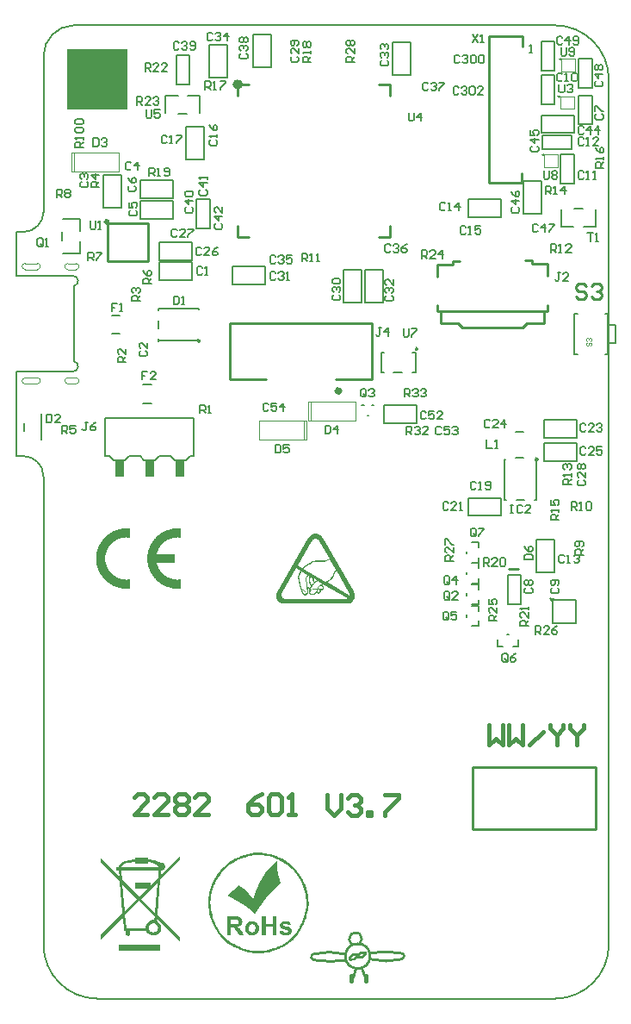
<source format=gto>
G04 Layer_Color=65535*
%FSLAX44Y44*%
%MOMM*%
G71*
G01*
G75*
%ADD48C,0.1500*%
%ADD50C,0.2000*%
%ADD51C,0.3000*%
%ADD53C,0.4000*%
%ADD75C,0.0000*%
%ADD94C,0.2540*%
%ADD95C,0.6000*%
%ADD96C,0.1000*%
%ADD97C,0.1999*%
%ADD98C,0.1270*%
%ADD99C,0.1200*%
%ADD100R,6.0000X6.0000*%
%ADD101R,0.9000X1.7000*%
G36*
X290722Y446740D02*
X291435Y446536D01*
X292250Y446332D01*
X293166Y445925D01*
X293981Y445416D01*
X294897Y444703D01*
X294999Y444601D01*
X295203Y444398D01*
X295712Y443889D01*
X295814Y443787D01*
X295916Y443583D01*
X296323Y442972D01*
X327075Y389716D01*
X327177Y389614D01*
X327279Y389308D01*
X327482Y388697D01*
X327788Y387985D01*
X327992Y387170D01*
X328093Y386152D01*
Y385133D01*
X327992Y384013D01*
Y383911D01*
X327890Y383708D01*
X327788Y383301D01*
X327686Y382893D01*
Y382791D01*
X327584Y382588D01*
X327381Y382282D01*
X327177Y381773D01*
X327075D01*
X326973Y381671D01*
X326770Y381366D01*
X326464Y380857D01*
X325955Y380347D01*
X325344Y379737D01*
X324631Y379126D01*
X323715Y378616D01*
X322696Y378209D01*
X322595D01*
X322289Y378107D01*
X321882Y378005D01*
X321474D01*
X321373Y377904D01*
X320965D01*
X320456Y377802D01*
X258443D01*
X257832Y377904D01*
X257119Y378107D01*
X256202Y378311D01*
X255286Y378718D01*
X254370Y379227D01*
X253453Y379940D01*
X253351Y380042D01*
X253148Y380246D01*
X252638Y380755D01*
X252537Y380857D01*
X252435Y381060D01*
X252027Y381773D01*
X251926Y381875D01*
X251824Y382180D01*
X251620Y382690D01*
X251315Y383402D01*
X251111Y384217D01*
X251009Y385133D01*
Y386152D01*
X251111Y387272D01*
Y387374D01*
X251213Y387679D01*
X251315Y388086D01*
X251416Y388392D01*
Y388494D01*
X251518Y388697D01*
X251722Y389003D01*
X251926Y389410D01*
Y389512D01*
Y389614D01*
X252027D01*
X282678Y442768D01*
Y442870D01*
X282882Y443074D01*
X283289Y443685D01*
X284103Y444601D01*
X285020Y445416D01*
X285224Y445518D01*
X285631Y445721D01*
X285733Y445823D01*
X285936Y445925D01*
X286344Y446129D01*
X286751Y446332D01*
X287362Y446536D01*
X288075Y446638D01*
X288788Y446842D01*
X290111D01*
X290722Y446740D01*
D02*
G37*
G36*
X155955Y125601D02*
X137068Y106899D01*
X134105Y72273D01*
X155955Y50701D01*
Y49127D01*
Y48572D01*
Y46442D01*
X133827Y68385D01*
X133642Y66440D01*
X133735D01*
X133827Y66348D01*
X134476Y65977D01*
X135216Y65329D01*
X136142Y64496D01*
X136975Y63292D01*
X137623Y61904D01*
X137809Y61070D01*
X137901Y60237D01*
Y59219D01*
X137809Y58200D01*
Y58108D01*
X137716Y57923D01*
Y57645D01*
X137531Y57275D01*
X137161Y56349D01*
X136512Y55238D01*
X135679Y54127D01*
X134476Y53108D01*
X133735Y52738D01*
X132994Y52368D01*
X132069Y52090D01*
X131050Y51905D01*
X130124D01*
X129106Y51997D01*
X127902Y52275D01*
X126606Y52738D01*
X125958Y53201D01*
X125310Y53664D01*
X124662Y54219D01*
X124106Y54868D01*
X123551Y55701D01*
X123088Y56627D01*
X107441D01*
Y54127D01*
Y54034D01*
Y53756D01*
X107349Y53386D01*
X107164Y53016D01*
X106886Y52553D01*
X106423Y52183D01*
X105868Y51905D01*
X105034Y51812D01*
X104664D01*
X104294Y51905D01*
X103923Y52090D01*
X103460Y52368D01*
X103090Y52831D01*
X102812Y53386D01*
X102720Y54127D01*
Y56627D01*
X101053D01*
X99942Y70051D01*
X77907Y48201D01*
Y52368D01*
X99572Y73847D01*
X96980Y105048D01*
X77907Y123934D01*
Y128008D01*
X96517Y109584D01*
X95961Y115695D01*
X93461D01*
Y118842D01*
X95776D01*
Y118935D01*
X95869Y119305D01*
X96054Y119861D01*
X96331Y120416D01*
X96702Y121157D01*
X97165Y121898D01*
X97905Y122638D01*
X98739Y123379D01*
X99294Y123842D01*
X99387D01*
X99479Y123934D01*
X99757Y124027D01*
X100035Y124212D01*
X100498Y124397D01*
X101053Y124675D01*
X101701Y124860D01*
X102442Y125138D01*
X103275Y125323D01*
X104201Y125601D01*
X105219Y125879D01*
X106330Y126064D01*
X107534Y126249D01*
X108923Y126434D01*
X110311Y126619D01*
X111885Y126712D01*
Y128378D01*
X124569D01*
Y126712D01*
X125310D01*
X125958Y126619D01*
X126606Y126527D01*
X127439Y126434D01*
X129291Y126249D01*
X131328Y125786D01*
X133457Y125231D01*
X135587Y124490D01*
X137531Y123471D01*
X138642D01*
X139290Y123379D01*
X140031Y123101D01*
X140679Y122546D01*
X141234Y121805D01*
X141604Y120787D01*
Y120601D01*
X141697Y120231D01*
X141604Y119676D01*
X141512Y119028D01*
X141327Y118287D01*
X140864Y117546D01*
X140123Y116991D01*
X139105Y116528D01*
Y115695D01*
X137809D01*
X137438Y111436D01*
X155955Y129767D01*
Y125601D01*
D02*
G37*
G36*
X137068Y37277D02*
X95961D01*
Y43202D01*
X137068D01*
Y37277D01*
D02*
G37*
G36*
X234828Y133285D02*
X235384D01*
X236865Y133193D01*
X238624Y132915D01*
X240661Y132637D01*
X242975Y132174D01*
X245475Y131526D01*
X248160Y130786D01*
X250938Y129860D01*
X253808Y128656D01*
X256770Y127267D01*
X259733Y125601D01*
X262696Y123657D01*
X265566Y121435D01*
X268343Y118842D01*
X268528Y118657D01*
X268991Y118194D01*
X269732Y117361D01*
X270658Y116250D01*
X271676Y114861D01*
X272972Y113195D01*
X274268Y111250D01*
X275657Y109029D01*
X276953Y106621D01*
X278249Y103937D01*
X279546Y101066D01*
X280657Y98011D01*
X281583Y94678D01*
X282231Y91253D01*
X282694Y87642D01*
X282879Y83846D01*
Y83753D01*
Y83661D01*
Y83291D01*
Y82920D01*
X282786Y82457D01*
Y81902D01*
X282694Y80420D01*
X282416Y78661D01*
X282138Y76624D01*
X281675Y74310D01*
X281027Y71810D01*
X280286Y69125D01*
X279361Y66255D01*
X278157Y63385D01*
X276768Y60423D01*
X275102Y57460D01*
X273157Y54497D01*
X270935Y51627D01*
X268343Y48850D01*
X268158Y48664D01*
X267695Y48201D01*
X266862Y47553D01*
X265751Y46628D01*
X264362Y45517D01*
X262696Y44313D01*
X260751Y43017D01*
X258529Y41628D01*
X256122Y40239D01*
X253437Y38943D01*
X250567Y37740D01*
X247512Y36629D01*
X244272Y35703D01*
X240846Y35055D01*
X237235Y34592D01*
X233439Y34407D01*
X232514D01*
X232051Y34499D01*
X231495D01*
X230014Y34592D01*
X228255Y34870D01*
X226218Y35147D01*
X223903Y35610D01*
X221311Y36258D01*
X218626Y36999D01*
X215849Y37925D01*
X212978Y39128D01*
X209923Y40517D01*
X206961Y42184D01*
X203998Y44128D01*
X201128Y46350D01*
X198350Y48850D01*
X198165Y49035D01*
X197702Y49498D01*
X197054Y50331D01*
X196128Y51442D01*
X195017Y52831D01*
X193814Y54497D01*
X192518Y56441D01*
X191129Y58663D01*
X189740Y61070D01*
X188444Y63755D01*
X187240Y66625D01*
X186129Y69681D01*
X185204Y73014D01*
X184555Y76439D01*
X184093Y80050D01*
X183907Y83846D01*
Y83939D01*
Y84124D01*
Y84402D01*
Y84772D01*
X184000Y85235D01*
Y85883D01*
X184093Y87271D01*
X184370Y89031D01*
X184648Y91160D01*
X185111Y93382D01*
X185759Y95974D01*
X186500Y98659D01*
X187426Y101437D01*
X188629Y104307D01*
X190018Y107269D01*
X191684Y110232D01*
X193629Y113195D01*
X195851Y116065D01*
X198350Y118842D01*
X198535Y119028D01*
X198998Y119490D01*
X199832Y120231D01*
X200943Y121157D01*
X202331Y122175D01*
X203998Y123471D01*
X205942Y124768D01*
X208164Y126156D01*
X210664Y127453D01*
X213349Y128749D01*
X216219Y130045D01*
X219274Y131156D01*
X222607Y132082D01*
X226033Y132730D01*
X229643Y133193D01*
X233439Y133378D01*
X234365D01*
X234828Y133285D01*
D02*
G37*
G36*
X156765Y442823D02*
X154177D01*
Y443059D01*
X153941D01*
Y442823D01*
X153706D01*
Y443059D01*
X153471D01*
Y442823D01*
X150647D01*
Y442588D01*
X149471D01*
Y442353D01*
X148294D01*
Y442118D01*
X147588D01*
Y441882D01*
X146882D01*
Y441647D01*
X146177D01*
Y441412D01*
X145706D01*
Y441176D01*
X145235D01*
Y440941D01*
X144529D01*
Y440706D01*
X144294D01*
Y440471D01*
X143823D01*
Y440235D01*
X143353D01*
Y440000D01*
X142882D01*
Y439765D01*
X142647D01*
Y439529D01*
X142176D01*
Y439294D01*
X141941D01*
Y439059D01*
X141471D01*
Y438824D01*
X141235D01*
Y438588D01*
X141000D01*
Y438353D01*
X140529D01*
Y438118D01*
X140294D01*
Y437882D01*
X140059D01*
Y437647D01*
X139824D01*
Y437412D01*
X139588D01*
Y437177D01*
X139353D01*
Y436941D01*
X139118D01*
Y436706D01*
X138882D01*
Y436471D01*
X138647D01*
Y436235D01*
X138412D01*
Y436000D01*
X138176D01*
Y435765D01*
X137941D01*
Y435529D01*
X137706D01*
Y435059D01*
X137471D01*
Y434823D01*
X137235D01*
Y434588D01*
X137000D01*
Y434118D01*
X136765D01*
Y433882D01*
X136529D01*
Y433647D01*
X136294D01*
Y433176D01*
X136059D01*
Y432706D01*
X135823D01*
Y432471D01*
X135588D01*
Y432000D01*
X135353D01*
Y431529D01*
X135118D01*
Y431059D01*
X134882D01*
Y430353D01*
X134647D01*
Y429882D01*
X134412D01*
Y429176D01*
X134177D01*
Y428471D01*
X133941D01*
Y427765D01*
X133706D01*
Y426588D01*
X150882D01*
Y417882D01*
X133706D01*
Y417647D01*
X133471D01*
Y417412D01*
X133706D01*
Y416706D01*
X133941D01*
Y415765D01*
X134177D01*
Y415059D01*
X134412D01*
Y414588D01*
X134647D01*
Y413882D01*
X134882D01*
Y413412D01*
X135118D01*
Y412941D01*
X135353D01*
Y412471D01*
X135588D01*
Y412000D01*
X135823D01*
Y411765D01*
X136059D01*
Y411294D01*
X136294D01*
Y410824D01*
X136529D01*
Y410588D01*
X136765D01*
Y410353D01*
X137000D01*
Y409882D01*
X137235D01*
Y409647D01*
X137471D01*
Y409412D01*
X137706D01*
Y408941D01*
X137941D01*
Y408706D01*
X138176D01*
Y408471D01*
X138412D01*
Y408235D01*
X138647D01*
Y408000D01*
X138882D01*
Y407765D01*
X139118D01*
Y407529D01*
X139353D01*
Y407294D01*
X139588D01*
Y407059D01*
X139824D01*
Y406824D01*
X140059D01*
Y406588D01*
X140294D01*
Y406353D01*
X140529D01*
Y406118D01*
X141000D01*
Y405882D01*
X141235D01*
Y405647D01*
X141471D01*
Y405412D01*
X141941D01*
Y405177D01*
X142176D01*
Y404941D01*
X142647D01*
Y404706D01*
X142882D01*
Y404471D01*
X143353D01*
Y404235D01*
X143823D01*
Y404000D01*
X144059D01*
Y403765D01*
X144529D01*
Y403529D01*
X145000D01*
Y403294D01*
X145706D01*
Y403059D01*
X146177D01*
Y402823D01*
X146882D01*
Y402588D01*
X147588D01*
Y402353D01*
X148294D01*
Y402118D01*
X149235D01*
Y401882D01*
X150647D01*
Y401647D01*
X152765D01*
Y401412D01*
X154647D01*
Y401647D01*
X156765D01*
Y392706D01*
X150412D01*
Y392941D01*
X148765D01*
Y393176D01*
X147588D01*
Y393412D01*
X146412D01*
Y393647D01*
X145706D01*
Y393882D01*
X144765D01*
Y394118D01*
X144059D01*
Y394353D01*
X143353D01*
Y394588D01*
X142882D01*
Y394823D01*
X142176D01*
Y395059D01*
X141706D01*
Y395294D01*
X141235D01*
Y395529D01*
X140765D01*
Y395765D01*
X140294D01*
Y396000D01*
X139824D01*
Y396235D01*
X139353D01*
Y396471D01*
X138882D01*
Y396706D01*
X138647D01*
Y396941D01*
X138176D01*
Y397177D01*
X137706D01*
Y397412D01*
X137471D01*
Y397647D01*
X137000D01*
Y397882D01*
X136765D01*
Y398118D01*
X136529D01*
Y398353D01*
X136059D01*
Y398588D01*
X135823D01*
Y398824D01*
X135588D01*
Y399059D01*
X135118D01*
Y399294D01*
X134882D01*
Y399529D01*
X134647D01*
Y399765D01*
X134412D01*
Y400000D01*
X134177D01*
Y400235D01*
X133941D01*
Y400471D01*
X133471D01*
Y400706D01*
X133235D01*
Y400941D01*
X133000D01*
Y401176D01*
X132765D01*
Y401412D01*
X132529D01*
Y401647D01*
X132294D01*
Y401882D01*
X132059D01*
Y402353D01*
X131824D01*
Y402588D01*
X131588D01*
Y402823D01*
X131353D01*
Y403059D01*
X131118D01*
Y403294D01*
X130882D01*
Y403529D01*
X130647D01*
Y404000D01*
X130412D01*
Y404235D01*
X130176D01*
Y404471D01*
X129941D01*
Y404941D01*
X129706D01*
Y405177D01*
X129471D01*
Y405412D01*
X129235D01*
Y405882D01*
X129000D01*
Y406118D01*
X128765D01*
Y406588D01*
X128529D01*
Y407059D01*
X128294D01*
Y407294D01*
X128059D01*
Y407765D01*
X127823D01*
Y408235D01*
X127588D01*
Y408706D01*
X127353D01*
Y409176D01*
X127118D01*
Y409647D01*
X126882D01*
Y410118D01*
X126647D01*
Y410588D01*
X126412D01*
Y411294D01*
X126177D01*
Y411765D01*
X125941D01*
Y412471D01*
X125706D01*
Y413176D01*
X125471D01*
Y413882D01*
X125235D01*
Y414823D01*
X125000D01*
Y415765D01*
X124765D01*
Y416941D01*
X124529D01*
Y418353D01*
X124294D01*
Y421412D01*
X124059D01*
Y422823D01*
X124294D01*
Y426118D01*
X124529D01*
Y427529D01*
X124765D01*
Y428706D01*
X125000D01*
Y429647D01*
X125235D01*
Y430588D01*
X125471D01*
Y431294D01*
X125706D01*
Y432000D01*
X125941D01*
Y432706D01*
X126177D01*
Y433176D01*
X126412D01*
Y433882D01*
X126647D01*
Y434353D01*
X126882D01*
Y434823D01*
X127118D01*
Y435294D01*
X127353D01*
Y435765D01*
X127588D01*
Y436235D01*
X127823D01*
Y436706D01*
X128059D01*
Y437177D01*
X128294D01*
Y437412D01*
X128529D01*
Y437882D01*
X128765D01*
Y438353D01*
X129000D01*
Y438588D01*
X129235D01*
Y439059D01*
X129471D01*
Y439294D01*
X129706D01*
Y439529D01*
X129941D01*
Y440000D01*
X130176D01*
Y440235D01*
X130412D01*
Y440471D01*
X130647D01*
Y440941D01*
X130882D01*
Y441176D01*
X131118D01*
Y441412D01*
X131353D01*
Y441647D01*
X131588D01*
Y441882D01*
X131824D01*
Y442118D01*
X132059D01*
Y442353D01*
X132294D01*
Y442823D01*
X132529D01*
Y443059D01*
X132765D01*
Y443294D01*
X133000D01*
Y443529D01*
X133471D01*
Y443765D01*
X133706D01*
Y444000D01*
X133941D01*
Y444235D01*
X134177D01*
Y444471D01*
X134412D01*
Y444706D01*
X134647D01*
Y444941D01*
X134882D01*
Y445177D01*
X135353D01*
Y445412D01*
X135588D01*
Y445647D01*
X135823D01*
Y445882D01*
X136059D01*
Y446118D01*
X136529D01*
Y446353D01*
X136765D01*
Y446588D01*
X137235D01*
Y446824D01*
X137471D01*
Y447059D01*
X137941D01*
Y447294D01*
X138176D01*
Y447529D01*
X138647D01*
Y447765D01*
X139118D01*
Y448000D01*
X139353D01*
Y448235D01*
X139824D01*
Y448471D01*
X140294D01*
Y448706D01*
X140765D01*
Y448941D01*
X141235D01*
Y449176D01*
X141706D01*
Y449412D01*
X142412D01*
Y449647D01*
X142882D01*
Y449882D01*
X143588D01*
Y450118D01*
X144294D01*
Y450353D01*
X145000D01*
Y450588D01*
X145706D01*
Y450824D01*
X146647D01*
Y451059D01*
X147588D01*
Y451294D01*
X148765D01*
Y451529D01*
X150647D01*
Y451765D01*
X156765D01*
Y442823D01*
D02*
G37*
G36*
X106412Y451529D02*
X106647D01*
Y442823D01*
X103823D01*
Y443059D01*
X103118D01*
Y442823D01*
X100294D01*
Y442588D01*
X99118D01*
Y442353D01*
X98176D01*
Y442118D01*
X97235D01*
Y441882D01*
X96529D01*
Y441647D01*
X95823D01*
Y441412D01*
X95353D01*
Y441176D01*
X94882D01*
Y440941D01*
X94412D01*
Y440706D01*
X93941D01*
Y440471D01*
X93471D01*
Y440235D01*
X93000D01*
Y440000D01*
X92529D01*
Y439765D01*
X92294D01*
Y439529D01*
X91824D01*
Y439294D01*
X91588D01*
Y439059D01*
X91118D01*
Y438824D01*
X90882D01*
Y438588D01*
X90647D01*
Y438353D01*
X90176D01*
Y438118D01*
X89941D01*
Y437882D01*
X89706D01*
Y437647D01*
X89471D01*
Y437412D01*
X89235D01*
Y437177D01*
X89000D01*
Y436941D01*
X88765D01*
Y436706D01*
X88529D01*
Y436471D01*
X88294D01*
Y436235D01*
X88059D01*
Y436000D01*
X87823D01*
Y435765D01*
X87588D01*
Y435529D01*
X87353D01*
Y435059D01*
X87118D01*
Y434823D01*
X86882D01*
Y434588D01*
X86647D01*
Y434118D01*
X86412D01*
Y433882D01*
X86177D01*
Y433412D01*
X85941D01*
Y433176D01*
X85706D01*
Y432706D01*
X85471D01*
Y432235D01*
X85235D01*
Y432000D01*
X85000D01*
Y431529D01*
X84765D01*
Y431059D01*
X84529D01*
Y430353D01*
X84294D01*
Y429882D01*
X84059D01*
Y429176D01*
X83823D01*
Y428471D01*
X83588D01*
Y427765D01*
X83353D01*
Y426824D01*
X83118D01*
Y425647D01*
X82882D01*
Y423529D01*
X82647D01*
Y420941D01*
X82882D01*
Y418824D01*
X83118D01*
Y417647D01*
X83353D01*
Y416706D01*
X83588D01*
Y416000D01*
X83823D01*
Y415294D01*
X84059D01*
Y414588D01*
X84294D01*
Y414118D01*
X84529D01*
Y413412D01*
X84765D01*
Y412941D01*
X85000D01*
Y412471D01*
X85235D01*
Y412235D01*
X85471D01*
Y411765D01*
X85706D01*
Y411294D01*
X85941D01*
Y411059D01*
X86177D01*
Y410588D01*
X86412D01*
Y410353D01*
X86647D01*
Y410118D01*
Y409882D01*
X86882D01*
Y409647D01*
X87118D01*
Y409412D01*
X87353D01*
Y408941D01*
X87588D01*
Y408706D01*
X87823D01*
Y408471D01*
X88059D01*
Y408235D01*
X88294D01*
Y408000D01*
X88529D01*
Y407765D01*
X88765D01*
Y407529D01*
X89000D01*
Y407294D01*
X89235D01*
Y407059D01*
X89471D01*
Y406824D01*
X89706D01*
Y406588D01*
X89941D01*
Y406353D01*
X90176D01*
Y406118D01*
X90647D01*
Y405882D01*
X90882D01*
Y405647D01*
X91118D01*
Y405412D01*
X91588D01*
Y405177D01*
X91824D01*
Y404941D01*
X92294D01*
Y404706D01*
X92529D01*
Y404471D01*
X93000D01*
Y404235D01*
X93471D01*
Y404000D01*
X93706D01*
Y403765D01*
X94177D01*
Y403529D01*
X94647D01*
Y403294D01*
X95353D01*
Y403059D01*
X95823D01*
Y402823D01*
X96529D01*
Y402588D01*
X97235D01*
Y402353D01*
X97941D01*
Y402118D01*
X98882D01*
Y401882D01*
X100294D01*
Y401647D01*
X102412D01*
Y401412D01*
X104294D01*
Y401647D01*
X106647D01*
Y392706D01*
X100059D01*
Y392941D01*
X98412D01*
Y393176D01*
X97235D01*
Y393412D01*
X96059D01*
Y393647D01*
X95353D01*
Y393882D01*
X94412D01*
Y394118D01*
X93706D01*
Y394353D01*
X93235D01*
Y394588D01*
X92529D01*
Y394823D01*
X92059D01*
Y395059D01*
X91353D01*
Y395294D01*
X90882D01*
Y395529D01*
X90412D01*
Y395765D01*
X89941D01*
Y396000D01*
X89471D01*
Y396235D01*
X89000D01*
Y396471D01*
X88765D01*
Y396706D01*
X88294D01*
Y396941D01*
X87823D01*
Y397177D01*
X87588D01*
Y397412D01*
X87118D01*
Y397647D01*
X86882D01*
Y397882D01*
X86412D01*
Y398118D01*
X86177D01*
Y398353D01*
X85706D01*
Y398588D01*
X85471D01*
Y398824D01*
X85235D01*
Y399059D01*
X84765D01*
Y399294D01*
X84529D01*
Y399529D01*
X84294D01*
Y399765D01*
X84059D01*
Y400000D01*
X83823D01*
Y400235D01*
X83588D01*
Y400471D01*
X83353D01*
Y400706D01*
X82882D01*
Y400941D01*
X82647D01*
Y401176D01*
X82412D01*
Y401412D01*
X82177D01*
Y401882D01*
X81941D01*
Y402118D01*
X81706D01*
Y402353D01*
X81471D01*
Y402588D01*
X81235D01*
Y402823D01*
X81000D01*
Y403059D01*
X80765D01*
Y403294D01*
X80529D01*
Y403529D01*
X80294D01*
Y404000D01*
X80059D01*
Y404235D01*
X79823D01*
Y404471D01*
X79588D01*
Y404941D01*
X79353D01*
Y405177D01*
X79118D01*
Y405412D01*
X78882D01*
Y405882D01*
X78647D01*
Y406118D01*
X78412D01*
Y406588D01*
X78176D01*
Y407059D01*
X77941D01*
Y407294D01*
X77706D01*
Y407765D01*
X77471D01*
Y408235D01*
X77235D01*
Y408706D01*
X77000D01*
Y409176D01*
X76765D01*
Y409647D01*
X76529D01*
Y410118D01*
X76294D01*
Y410588D01*
X76059D01*
Y411294D01*
X75823D01*
Y411765D01*
X75588D01*
Y412471D01*
X75353D01*
Y413176D01*
X75118D01*
Y413882D01*
X74882D01*
Y414823D01*
X74647D01*
Y415765D01*
X74412D01*
Y416941D01*
X74177D01*
Y418588D01*
X73941D01*
Y425882D01*
X74177D01*
Y427529D01*
X74412D01*
Y428706D01*
X74647D01*
Y429647D01*
X74882D01*
Y430353D01*
X75118D01*
Y431294D01*
X75353D01*
Y432000D01*
X75588D01*
Y432471D01*
X75823D01*
Y433176D01*
X76059D01*
Y433882D01*
X76294D01*
Y434353D01*
X76529D01*
Y434823D01*
X76765D01*
Y435294D01*
X77000D01*
Y435765D01*
X77235D01*
Y436235D01*
X77471D01*
Y436706D01*
X77706D01*
Y436941D01*
X77941D01*
Y437412D01*
X78176D01*
Y437882D01*
X78412D01*
Y438118D01*
X78647D01*
Y438588D01*
X78882D01*
Y438824D01*
X79118D01*
Y439294D01*
X79353D01*
Y439529D01*
X79588D01*
Y440000D01*
X79823D01*
Y440235D01*
X80059D01*
Y440471D01*
X80294D01*
Y440706D01*
X80529D01*
Y441176D01*
X80765D01*
Y441412D01*
X81000D01*
Y441647D01*
X81235D01*
Y441882D01*
X81471D01*
Y442118D01*
X81706D01*
Y442353D01*
X81941D01*
Y442588D01*
X82177D01*
Y442823D01*
X82412D01*
Y443294D01*
X82882D01*
Y443529D01*
X83118D01*
Y443765D01*
X83353D01*
Y444000D01*
X83588D01*
Y444235D01*
X83823D01*
Y444471D01*
X84059D01*
Y444706D01*
X84294D01*
Y444941D01*
X84529D01*
Y445177D01*
X85000D01*
Y445412D01*
X85235D01*
Y445647D01*
X85471D01*
Y445882D01*
X85706D01*
Y446118D01*
X86177D01*
Y446353D01*
X86412D01*
Y446588D01*
X86882D01*
Y446824D01*
X87118D01*
Y447059D01*
X87588D01*
Y447294D01*
X87823D01*
Y447529D01*
X88294D01*
Y447765D01*
X88765D01*
Y448000D01*
X89000D01*
Y448235D01*
X89471D01*
Y448471D01*
X89941D01*
Y448706D01*
X90412D01*
Y448941D01*
X90882D01*
Y449176D01*
X91353D01*
Y449412D01*
X92059D01*
Y449647D01*
X92529D01*
Y449882D01*
X93235D01*
Y450118D01*
X93941D01*
Y450353D01*
X94647D01*
Y450588D01*
X95353D01*
Y450824D01*
X96294D01*
Y451059D01*
X97235D01*
Y451294D01*
X98647D01*
Y451529D01*
X100294D01*
Y451765D01*
X106412D01*
Y451529D01*
D02*
G37*
%LPC*%
G36*
X270357Y412627D02*
X256610Y388901D01*
Y388799D01*
Y388697D01*
X256508Y388596D01*
X256406Y388188D01*
X256304Y388086D01*
X256202Y387577D01*
Y387476D01*
Y387272D01*
X256101Y386966D01*
Y386559D01*
X256202Y385643D01*
X256610Y384624D01*
X256712D01*
X256813Y384421D01*
X257017Y384115D01*
X257119Y384013D01*
X257424Y383606D01*
X257526D01*
X257628Y383402D01*
X258239Y383097D01*
X259155Y382690D01*
X259766Y382588D01*
X260377Y382486D01*
X318827D01*
Y382588D01*
X319540D01*
X319743Y382690D01*
X320151D01*
X320456Y382893D01*
X321169Y383301D01*
X297036Y397251D01*
X296934Y397149D01*
X296730Y396945D01*
X296323Y396640D01*
X295916Y396233D01*
X296017Y396131D01*
X296221Y396029D01*
X296628Y395622D01*
X297138Y395113D01*
X297239Y395011D01*
X297341Y394909D01*
X297545Y394604D01*
X297647Y394094D01*
X297749Y393585D01*
Y393483D01*
X297647Y393178D01*
X297545Y392771D01*
X297443Y392261D01*
X297341Y392160D01*
X297239Y391854D01*
X297138Y391752D01*
X296730Y391549D01*
X296119Y391243D01*
X295203Y391141D01*
X294694D01*
Y391040D01*
X294795Y390734D01*
Y390225D01*
X294694Y389716D01*
Y389614D01*
Y389512D01*
X294592Y389207D01*
X294490Y389003D01*
X294286Y388799D01*
X294184Y388697D01*
X294083Y388596D01*
X293981Y388494D01*
X293573Y388188D01*
X292962Y387985D01*
X292148Y387883D01*
X291944D01*
X291537Y387985D01*
X290926Y388188D01*
X290315Y388596D01*
X290213Y388494D01*
X289908Y388086D01*
X289500Y387577D01*
X288991Y387170D01*
X288889D01*
X288788Y386966D01*
X288482Y386865D01*
X288075Y386661D01*
X287973D01*
X287769Y386559D01*
X287057Y386355D01*
X285733D01*
X285325Y386457D01*
X284816Y386661D01*
X284409Y386966D01*
Y387068D01*
X284205Y387170D01*
X284002Y387476D01*
X283798Y387781D01*
X283594Y388290D01*
X283391Y388901D01*
X283289Y389512D01*
X283187Y390327D01*
Y390429D01*
Y390530D01*
Y390632D01*
Y390734D01*
Y391141D01*
X283289Y391650D01*
X283391Y392261D01*
X283289Y392363D01*
X283085Y392567D01*
X282576Y392872D01*
X282474Y392974D01*
X282372Y393076D01*
X281965Y393280D01*
Y393178D01*
X282067Y392872D01*
X282271Y392363D01*
X282372Y391752D01*
X282576Y390530D01*
X282678Y389919D01*
Y389512D01*
Y389410D01*
Y389308D01*
X282474Y388596D01*
X282067Y387781D01*
X281761Y387374D01*
X281354Y386966D01*
X281252Y386865D01*
X281049Y386763D01*
X280336Y386355D01*
X280234D01*
X279928Y386254D01*
X279521Y386152D01*
X278910D01*
X278503Y386355D01*
X277790Y386661D01*
X277179Y387272D01*
X277077Y387476D01*
X276874Y387679D01*
X276772Y387985D01*
X276466Y388392D01*
X276263Y388901D01*
X275957Y389614D01*
X275652Y390429D01*
Y390530D01*
Y390632D01*
X275550Y390734D01*
Y390836D01*
Y390938D01*
X275448Y391141D01*
X275244Y391650D01*
X275041Y391956D01*
X274837Y392465D01*
Y392567D01*
X274735Y392669D01*
X274532Y393280D01*
X274328Y393891D01*
X274124Y394502D01*
Y394604D01*
X273921Y395113D01*
X273819Y395520D01*
Y395927D01*
X273717Y396538D01*
X273615Y397251D01*
Y397353D01*
Y397556D01*
X273513Y397862D01*
X273411Y398269D01*
X273310Y399186D01*
X273106Y400000D01*
Y400102D01*
Y400204D01*
X273004Y400306D01*
X272902Y400713D01*
X272801Y401120D01*
Y401222D01*
X272699Y401528D01*
X272597Y402037D01*
X272495Y402648D01*
X272291Y403870D01*
Y404481D01*
X272393Y404990D01*
Y405092D01*
X272597Y405499D01*
X272902Y406212D01*
X273310Y407128D01*
Y407230D01*
X273411Y407434D01*
X273615Y407841D01*
X273819Y408248D01*
X274124Y409369D01*
X274328Y410387D01*
X270357Y412627D01*
D02*
G37*
G36*
X285020Y404175D02*
Y404073D01*
X284816Y403972D01*
X284511Y403361D01*
Y403259D01*
Y403055D01*
X284409Y402648D01*
Y402241D01*
Y402139D01*
Y401935D01*
Y401324D01*
Y400713D01*
Y400509D01*
Y400408D01*
Y400204D01*
Y399797D01*
X284511Y399288D01*
X284613Y398778D01*
Y398677D01*
X284714Y398371D01*
X284816Y398167D01*
X284918Y397964D01*
Y397862D01*
X285122Y397556D01*
X285325Y397047D01*
X285733Y396436D01*
Y396538D01*
X285835Y396640D01*
X285936Y396742D01*
X286038Y396844D01*
X286242Y397047D01*
X286649Y397455D01*
X287260Y398066D01*
X287973Y398677D01*
X287871Y398778D01*
X287769Y398982D01*
X287464Y399491D01*
X287158Y400102D01*
X287057Y400306D01*
Y400408D01*
X286955Y400713D01*
X286853Y401120D01*
X286751Y401630D01*
Y401731D01*
Y402037D01*
X286853Y402546D01*
X286955Y403055D01*
X285020Y404175D01*
D02*
G37*
G36*
X282271Y405703D02*
Y405601D01*
X282169Y405194D01*
X281863Y404583D01*
X281354Y403768D01*
X281252Y403666D01*
X281049Y403259D01*
X280743Y402750D01*
X280641Y402342D01*
Y402241D01*
Y401833D01*
X280743Y401222D01*
X280845Y400713D01*
X281049Y400102D01*
Y400000D01*
X281150Y399797D01*
X281252Y399491D01*
X281354Y399084D01*
X281558Y398167D01*
Y397862D01*
Y397556D01*
Y397353D01*
X281456Y396945D01*
X281354Y396233D01*
Y395418D01*
Y395214D01*
X281456Y395113D01*
X281558D01*
X281660Y395011D01*
X281863Y394909D01*
X282067Y394705D01*
X282169D01*
X282271Y394604D01*
X282474Y394400D01*
X282576Y394298D01*
X282780Y394094D01*
X283187Y393891D01*
X283289D01*
X283391Y393687D01*
X283798Y393483D01*
X283900Y393687D01*
X284103Y394094D01*
X284409Y394705D01*
X284918Y395520D01*
X284816Y395724D01*
X284613Y396131D01*
X284205Y396742D01*
X283900Y397455D01*
Y397556D01*
X283798Y397760D01*
X283696Y397964D01*
X283594D01*
Y398066D01*
Y398167D01*
X283493Y398473D01*
Y398575D01*
Y398677D01*
X283391Y398982D01*
X283289Y399593D01*
Y400408D01*
Y400509D01*
Y400713D01*
Y401222D01*
Y401324D01*
Y401528D01*
Y402241D01*
Y402342D01*
Y402750D01*
Y403157D01*
X283391Y403666D01*
Y403768D01*
X283594Y404073D01*
X284002Y404786D01*
X282271Y405703D01*
D02*
G37*
G36*
X294999Y395622D02*
X294897D01*
X294795Y395520D01*
X294388Y395316D01*
X293981Y395011D01*
X293675Y394807D01*
X293573Y394705D01*
X293268Y394400D01*
X292861Y393891D01*
X292453Y393280D01*
Y393178D01*
X292352Y393076D01*
Y392974D01*
X292453D01*
X292555Y392872D01*
X293064Y392567D01*
X293268D01*
X293675Y392465D01*
X294286Y392363D01*
X295101Y392261D01*
X295610D01*
X296017Y392363D01*
X296323Y392567D01*
Y392669D01*
Y392771D01*
X296425Y393076D01*
X296527Y393382D01*
Y393585D01*
Y393687D01*
Y393789D01*
Y393993D01*
X296323Y394196D01*
Y394298D01*
X296221D01*
Y394400D01*
Y394502D01*
X296017Y394604D01*
X295712Y395011D01*
X295203Y395418D01*
X294999Y395622D01*
D02*
G37*
G36*
X289602Y441648D02*
X289398D01*
X288889Y441546D01*
X288177Y441445D01*
X287362Y441037D01*
X287260Y440936D01*
X287158Y440834D01*
X287057D01*
X286955Y440732D01*
X286649Y440426D01*
X286242Y440019D01*
X285835Y439408D01*
X272088Y415580D01*
X276568Y413034D01*
X276670Y413136D01*
X276874Y413442D01*
X277383Y413849D01*
X277994Y414358D01*
X278096Y414460D01*
X278503Y414664D01*
X279012Y415071D01*
X279725Y415478D01*
X279827Y415580D01*
X280132Y415784D01*
X280234D01*
X280336Y415886D01*
X280641Y416089D01*
X280743D01*
X280845Y416191D01*
X281252Y416497D01*
X281761Y416802D01*
X282067Y417006D01*
X282169Y417108D01*
X282474Y417311D01*
X282983Y417617D01*
X283696Y418024D01*
X285224Y418941D01*
X286038Y419348D01*
X286853Y419653D01*
X286955D01*
X287260Y419755D01*
X287769Y419959D01*
X288380Y420061D01*
X289093Y420162D01*
X290009Y420264D01*
X291028Y420366D01*
X292250D01*
X292759Y420264D01*
X294592D01*
X295508Y420162D01*
X297341D01*
X297749Y420264D01*
X298665Y420468D01*
X299785Y420773D01*
X303247Y422199D01*
X293268Y439510D01*
X293166D01*
X293064Y439612D01*
X292861Y440019D01*
Y440121D01*
X292657Y440223D01*
X292453Y440426D01*
X292352Y440528D01*
X292250Y440630D01*
X291639Y441037D01*
X290722Y441343D01*
X290213Y441546D01*
X289602D01*
Y441648D01*
D02*
G37*
G36*
X303756Y421181D02*
X300192Y419755D01*
X300091D01*
X299887Y419653D01*
X299581Y419552D01*
X299174Y419348D01*
X298156Y419144D01*
X296934Y418941D01*
X295814D01*
X294795Y419042D01*
X293472Y419144D01*
X290315D01*
X288788Y418941D01*
X287260Y418635D01*
X287158D01*
X286955Y418533D01*
X286547Y418330D01*
X285936Y418024D01*
X285325Y417719D01*
X284511Y417311D01*
X283696Y416700D01*
X282780Y416089D01*
X282678Y415988D01*
X282372Y415886D01*
X281965Y415580D01*
X281252Y415071D01*
X281049Y414969D01*
X280743Y414867D01*
X280336Y414562D01*
X280234Y414460D01*
X279827Y414256D01*
X279317Y413849D01*
X278706Y413442D01*
X278605Y413340D01*
X278299Y413136D01*
X277994Y412831D01*
X277586Y412424D01*
X299581Y399695D01*
X299683D01*
X299989Y399797D01*
X300396Y400000D01*
X301007Y400306D01*
X301720Y400713D01*
X302534Y401324D01*
X303451Y402139D01*
X304469Y403055D01*
X304571Y403157D01*
X304673Y403259D01*
X305182Y403870D01*
X305284Y403972D01*
X305386Y404073D01*
X305793Y404583D01*
X305895Y404684D01*
X305997Y404990D01*
X306302Y405601D01*
X306709Y406517D01*
Y406619D01*
X306811Y406721D01*
X307015Y407332D01*
X307218Y407943D01*
X307524Y408656D01*
X307626Y408859D01*
X307931Y409267D01*
X308339Y409776D01*
X308848Y410387D01*
X308950Y410489D01*
X309153Y410591D01*
X309662Y410998D01*
X303756Y421181D01*
D02*
G37*
G36*
X287973Y402444D02*
Y402342D01*
Y402139D01*
X287871Y401935D01*
Y401731D01*
Y401630D01*
Y401426D01*
X288075Y400815D01*
Y400713D01*
X288177Y400509D01*
X288278Y400408D01*
X288380Y400102D01*
X288584Y399695D01*
X288788Y399389D01*
X288889D01*
X288991Y399593D01*
X289500Y399898D01*
X290111Y400408D01*
X290722Y400917D01*
X287973Y402444D01*
D02*
G37*
G36*
X289297Y392160D02*
X288991D01*
X288380Y392058D01*
X287973D01*
X287464Y391956D01*
X287057Y391854D01*
X286649D01*
X286547Y391752D01*
X286344D01*
X286242Y391650D01*
X285936Y391549D01*
X285529Y391243D01*
X285122Y390938D01*
X285020Y390734D01*
X284816Y390429D01*
X284613Y389919D01*
X284511Y389818D01*
X284409Y389308D01*
Y389105D01*
X284613Y388697D01*
X284816Y388188D01*
X285122Y387781D01*
X285325Y387679D01*
X285529Y387577D01*
X285936Y387476D01*
X287158D01*
X287566Y387679D01*
X287769Y387781D01*
X287973Y387883D01*
X288278Y388086D01*
X288380Y388188D01*
X288686Y388494D01*
X289093Y388901D01*
X289704Y389716D01*
Y389818D01*
X289806Y389919D01*
X290213Y390429D01*
X290519Y391040D01*
X290722Y391650D01*
X290620Y391752D01*
X290417Y391854D01*
X289908Y391956D01*
X289297Y392160D01*
D02*
G37*
G36*
X277586Y391243D02*
X277077D01*
X276772Y391141D01*
X276670D01*
X276772Y390734D01*
Y390632D01*
X276874Y390429D01*
X277077Y390021D01*
X277179Y389614D01*
X277586Y388697D01*
X277790Y388290D01*
X277994Y387985D01*
X278096Y387883D01*
X278299Y387679D01*
X278706Y387476D01*
X279216Y387272D01*
X279623D01*
X279725Y387374D01*
Y387476D01*
Y387679D01*
Y387781D01*
X279827Y387883D01*
Y388188D01*
Y388290D01*
Y388392D01*
Y388494D01*
X279725Y388596D01*
Y388697D01*
X279623Y388901D01*
X279317Y389512D01*
Y389614D01*
X279216Y389716D01*
X279114Y389818D01*
X279012Y390021D01*
Y390123D01*
X278910Y390225D01*
X278503Y390632D01*
X277892Y391040D01*
X277586Y391243D01*
D02*
G37*
G36*
X310273Y410081D02*
X310172D01*
X310070Y409878D01*
X309662Y409572D01*
X309561Y409470D01*
X309357Y409165D01*
X308950Y408758D01*
X308542Y408045D01*
X308440Y407943D01*
X308339Y407637D01*
X308033Y407026D01*
X307728Y406110D01*
Y406008D01*
X307626Y405906D01*
X307422Y405295D01*
X307117Y404583D01*
X306709Y403972D01*
Y403870D01*
X306506Y403666D01*
X306098Y403157D01*
X305997Y403055D01*
X305793Y402852D01*
X305284Y402241D01*
X305182Y402139D01*
X304876Y401833D01*
X304367Y401426D01*
X303858Y400917D01*
X302433Y399898D01*
X301618Y399389D01*
X300905Y398982D01*
X323002Y386152D01*
Y386355D01*
Y386763D01*
Y386865D01*
Y387170D01*
Y387374D01*
X322900Y387781D01*
X322696Y388290D01*
X322391Y388901D01*
Y389003D01*
X310273Y410081D01*
D02*
G37*
G36*
X291842Y400306D02*
X291639Y400204D01*
X291130Y399797D01*
X290417Y399186D01*
X289398Y398473D01*
X289297D01*
X289195Y398269D01*
X288584Y397760D01*
X287769Y397047D01*
X286955Y396131D01*
X286853Y396029D01*
X286547Y395622D01*
X286140Y395113D01*
X285733Y394400D01*
X285224Y393585D01*
X284816Y392669D01*
X284511Y391752D01*
X284422Y390950D01*
X284409Y390938D01*
Y390836D01*
X284422Y390950D01*
X284511Y391040D01*
X284613Y391243D01*
X284714Y391345D01*
X284816Y391447D01*
X285122Y391650D01*
X285631Y391956D01*
X286242Y392261D01*
X286344D01*
X286446Y392363D01*
X286751D01*
X286853Y392465D01*
X286955D01*
X287158Y392567D01*
X287362D01*
X287973Y392669D01*
X289398D01*
X289500Y392567D01*
X289908Y392465D01*
X290213D01*
X290824Y392261D01*
Y392363D01*
X290926Y392465D01*
X291028Y392771D01*
Y392872D01*
X291130Y392974D01*
X291231Y393382D01*
X291435Y393789D01*
Y393891D01*
X291537Y393993D01*
X291842Y394400D01*
X292352Y395011D01*
X292962Y395622D01*
X293064D01*
X293268Y395825D01*
X293675Y396131D01*
X294286Y396538D01*
X294388D01*
X294490Y396640D01*
X294999Y397047D01*
X295508Y397455D01*
X296017Y397862D01*
X291842Y400306D01*
D02*
G37*
G36*
X291944Y391854D02*
Y391752D01*
X291842Y391345D01*
Y391243D01*
X291639Y390836D01*
X291435Y390225D01*
X291028Y389512D01*
X291130Y389410D01*
X291333Y389308D01*
X291741Y389207D01*
X292250Y389105D01*
X292657D01*
X292962Y389207D01*
X293268Y389410D01*
X293370D01*
X293472Y389512D01*
Y389716D01*
X293573Y389818D01*
Y390021D01*
Y390123D01*
Y390429D01*
Y390836D01*
X293268Y391345D01*
X293166D01*
X293064Y391447D01*
X292861D01*
X292759Y391549D01*
X292657D01*
X292453Y391650D01*
X292148Y391752D01*
X291944Y391854D01*
D02*
G37*
G36*
X275448Y409776D02*
Y409674D01*
Y409572D01*
X275244Y408961D01*
X274939Y407943D01*
X274328Y406721D01*
Y406619D01*
X274226Y406517D01*
X273921Y405906D01*
X273717Y405194D01*
X273513Y404684D01*
Y404481D01*
X273411Y404277D01*
Y403972D01*
X273513Y403462D01*
Y402953D01*
X273717Y402241D01*
X273921Y401426D01*
Y401324D01*
X274022Y401019D01*
X274124Y400713D01*
X274226Y400408D01*
Y400306D01*
Y400102D01*
X274328Y399593D01*
X274532Y398677D01*
X274735Y397353D01*
Y397251D01*
Y397149D01*
X274837Y396436D01*
X274939Y395724D01*
X275142Y394909D01*
X275244Y394705D01*
X275346Y394298D01*
X275652Y393687D01*
X275957Y392974D01*
X276059Y392872D01*
X276161Y392465D01*
X276263Y392058D01*
X276466Y391650D01*
X276670D01*
X276772Y391752D01*
X277383D01*
X277994Y391549D01*
X278401Y391345D01*
X278808Y391141D01*
X279114Y390734D01*
X279521Y390225D01*
X279623Y390021D01*
X279827Y389818D01*
X279928Y389716D01*
X280030Y389512D01*
X280336Y388799D01*
Y388596D01*
Y388188D01*
Y388086D01*
Y387985D01*
Y387781D01*
Y387679D01*
X280438Y387781D01*
X280641Y387883D01*
X280743Y387985D01*
X281049Y388392D01*
X281354Y388901D01*
X281558Y389614D01*
Y389818D01*
Y390021D01*
X281456Y390327D01*
Y390836D01*
X281252Y391549D01*
X281049Y392363D01*
X280743Y393382D01*
X280641Y393483D01*
Y393687D01*
X280539Y394094D01*
X280438Y394196D01*
Y394400D01*
X280336Y394705D01*
Y394807D01*
X280234Y395011D01*
Y395113D01*
Y395418D01*
Y395520D01*
Y395622D01*
Y396233D01*
Y396945D01*
X280438Y397862D01*
Y397964D01*
Y398167D01*
X280336Y398778D01*
X280234Y399186D01*
X280030Y399695D01*
Y399797D01*
X279928Y400000D01*
X279827Y400408D01*
X279725Y400815D01*
X279521Y401731D01*
X279419Y402241D01*
Y402546D01*
Y402648D01*
X279623Y403055D01*
X279928Y403666D01*
X280438Y404379D01*
Y404481D01*
X280539Y404583D01*
X280845Y405092D01*
X281150Y405805D01*
X281252Y406416D01*
X275448Y409776D01*
D02*
G37*
G36*
X116052Y86068D02*
X102257Y72366D01*
X103368Y59126D01*
X122532D01*
Y59219D01*
Y59311D01*
Y59774D01*
Y59867D01*
Y59960D01*
Y60423D01*
Y60515D01*
X122625Y60885D01*
X122718Y61348D01*
X122903Y61996D01*
X123181Y62737D01*
X123551Y63478D01*
X124106Y64311D01*
X124754Y65052D01*
X124847D01*
X124940Y65144D01*
Y65237D01*
X125125Y65329D01*
X125588Y65700D01*
X126328Y66255D01*
X127347Y66811D01*
X127439D01*
X127625Y66903D01*
X127995Y66996D01*
X128458Y67088D01*
X129013Y67181D01*
X131143D01*
X131513Y70792D01*
X116052Y86068D01*
D02*
G37*
G36*
X130957Y63941D02*
X130032D01*
X129569Y63848D01*
X128828Y63755D01*
X127995Y63385D01*
X127162Y62922D01*
X126514Y62089D01*
X125958Y61070D01*
X125865Y60330D01*
X125773Y59589D01*
Y59497D01*
Y59404D01*
X125865Y58941D01*
X126051Y58200D01*
X126328Y57367D01*
X126884Y56534D01*
X127625Y55886D01*
X128736Y55330D01*
X129476Y55238D01*
X130217Y55145D01*
X130402D01*
X130957Y55238D01*
X131606Y55423D01*
X132439Y55701D01*
X133272Y56256D01*
X134013Y56997D01*
X134476Y58108D01*
X134568Y58849D01*
X134661Y59589D01*
Y59682D01*
Y59774D01*
X134568Y60237D01*
X134476Y60978D01*
X134105Y61811D01*
X133550Y62552D01*
X132809Y63292D01*
X131698Y63755D01*
X130957Y63941D01*
D02*
G37*
G36*
X111885Y124120D02*
X111145D01*
X110589Y124027D01*
X109941Y123934D01*
X109293D01*
X107627Y123749D01*
X105775Y123379D01*
X103923Y123009D01*
X102257Y122546D01*
X101516Y122268D01*
X100868Y121898D01*
X100220Y121527D01*
X100127Y121435D01*
X99942Y121342D01*
X99387Y120787D01*
X98739Y119953D01*
X98461Y119398D01*
X98368Y118842D01*
X135587D01*
Y118935D01*
X135494Y119028D01*
X135309Y119583D01*
X135124Y119953D01*
X134753Y120324D01*
X134383Y120787D01*
X133920Y121250D01*
X133272Y121712D01*
X132531Y122083D01*
X131606Y122546D01*
X130587Y122916D01*
X129384Y123286D01*
X127995Y123564D01*
X126328Y123842D01*
X124569Y123934D01*
Y122823D01*
X111885D01*
Y124120D01*
D02*
G37*
G36*
X135309Y115695D02*
X98553D01*
X99294Y106806D01*
X116052Y90234D01*
X124199Y98289D01*
X112256D01*
Y103566D01*
X127532D01*
Y101622D01*
X134753Y108658D01*
X135309Y115695D01*
D02*
G37*
G36*
X134291Y104122D02*
X118181Y88105D01*
X131791Y74588D01*
X134291Y104122D01*
D02*
G37*
G36*
X99664Y102270D02*
X101979Y76162D01*
X114015Y88105D01*
X99664Y102270D01*
D02*
G37*
G36*
X233439Y131063D02*
X232606D01*
X232143Y130971D01*
X231495D01*
X230199Y130878D01*
X228440Y130600D01*
X226496Y130323D01*
X224274Y129860D01*
X221866Y129304D01*
X219367Y128563D01*
X216682Y127638D01*
X213904Y126527D01*
X211034Y125231D01*
X208257Y123657D01*
X205387Y121805D01*
X202702Y119583D01*
X200017Y117176D01*
X199832Y116991D01*
X199461Y116528D01*
X198721Y115787D01*
X197887Y114676D01*
X196776Y113380D01*
X195665Y111806D01*
X194369Y109954D01*
X193166Y107825D01*
X191870Y105510D01*
X190573Y103011D01*
X189462Y100233D01*
X188351Y97270D01*
X187518Y94215D01*
X186777Y90882D01*
X186407Y87457D01*
X186222Y83846D01*
Y83753D01*
Y83661D01*
Y83383D01*
Y83013D01*
X186315Y82550D01*
Y81994D01*
X186407Y80606D01*
X186685Y78939D01*
X186963Y76902D01*
X187426Y74773D01*
X187981Y72366D01*
X188722Y69773D01*
X189555Y67088D01*
X190666Y64311D01*
X192055Y61533D01*
X193629Y58663D01*
X195480Y55886D01*
X197610Y53108D01*
X200017Y50423D01*
X200202Y50238D01*
X200665Y49868D01*
X201406Y49127D01*
X202517Y48294D01*
X203813Y47183D01*
X205387Y46072D01*
X207238Y44776D01*
X209368Y43572D01*
X211682Y42276D01*
X214275Y40980D01*
X216959Y39869D01*
X219922Y38758D01*
X223070Y37925D01*
X226403Y37184D01*
X229829Y36814D01*
X233439Y36629D01*
X234273D01*
X234736Y36721D01*
X235291D01*
X236680Y36814D01*
X238439Y37092D01*
X240383Y37369D01*
X242512Y37832D01*
X244920Y38388D01*
X247512Y39128D01*
X250197Y39962D01*
X252974Y41073D01*
X255752Y42461D01*
X258529Y44035D01*
X261399Y45887D01*
X264084Y48016D01*
X266769Y50423D01*
X266954Y50609D01*
X267325Y51072D01*
X268065Y51812D01*
X268899Y52923D01*
X270010Y54219D01*
X271121Y55886D01*
X272417Y57738D01*
X273713Y59774D01*
X274916Y62182D01*
X276213Y64681D01*
X277324Y67459D01*
X278435Y70421D01*
X279268Y73477D01*
X280009Y76810D01*
X280379Y80235D01*
X280564Y83846D01*
Y83939D01*
Y84031D01*
Y84309D01*
Y84679D01*
X280471Y85142D01*
Y85698D01*
X280379Y87086D01*
X280101Y88845D01*
X279823Y90790D01*
X279453Y92919D01*
X278805Y95326D01*
X278157Y97919D01*
X277231Y100604D01*
X276120Y103381D01*
X274731Y106159D01*
X273157Y108936D01*
X271306Y111806D01*
X269176Y114491D01*
X266769Y117176D01*
X266584Y117361D01*
X266121Y117731D01*
X265380Y118472D01*
X264269Y119305D01*
X262973Y120416D01*
X261399Y121527D01*
X259548Y122823D01*
X257418Y124120D01*
X255104Y125416D01*
X252604Y126712D01*
X249827Y127823D01*
X246864Y128934D01*
X243809Y129767D01*
X240476Y130508D01*
X237050Y130878D01*
X233439Y131063D01*
D02*
G37*
%LPD*%
G36*
X261677Y65977D02*
X262973Y65700D01*
X263621Y65422D01*
X264177Y65144D01*
X264269D01*
X264362Y64959D01*
X264918Y64496D01*
X265473Y63663D01*
X265936Y62552D01*
X262696Y61996D01*
X262603Y62089D01*
X262510Y62459D01*
X262233Y62737D01*
X261862Y63107D01*
X261770Y63200D01*
X261399Y63385D01*
X260844Y63478D01*
X260103Y63570D01*
X259270D01*
X258622Y63385D01*
X258344Y63292D01*
X258159Y63200D01*
X258066Y63107D01*
X257974Y63015D01*
X257881Y62737D01*
X257789Y62459D01*
Y62367D01*
X257881Y62274D01*
X257974Y61996D01*
X258159Y61811D01*
X258252Y61719D01*
X258437Y61626D01*
X258715Y61533D01*
X259177Y61441D01*
X259733Y61256D01*
X260473Y61070D01*
X261399Y60793D01*
X261492D01*
X261862Y60700D01*
X262325Y60515D01*
X262973Y60330D01*
X264177Y59867D01*
X264825Y59589D01*
X265288Y59219D01*
X265380D01*
X265473Y59034D01*
X265843Y58571D01*
X266214Y57738D01*
X266399Y57182D01*
Y56627D01*
Y56534D01*
Y56349D01*
X266306Y55978D01*
X266214Y55516D01*
X266028Y55053D01*
X265751Y54497D01*
X265380Y54034D01*
X264918Y53479D01*
X264825Y53386D01*
X264640Y53294D01*
X264269Y53108D01*
X263806Y52831D01*
X263158Y52553D01*
X262325Y52368D01*
X261399Y52275D01*
X260381Y52183D01*
X259918D01*
X259455Y52275D01*
X258807Y52368D01*
X257418Y52646D01*
X256678Y52923D01*
X256030Y53294D01*
X255937Y53386D01*
X255752Y53479D01*
X255474Y53756D01*
X255196Y54127D01*
X254456Y55053D01*
X254178Y55608D01*
X253993Y56256D01*
X257511Y56812D01*
X257603Y56627D01*
X257696Y56256D01*
X258066Y55701D01*
X258437Y55238D01*
X258529Y55145D01*
X258992Y54960D01*
X259548Y54775D01*
X260381Y54682D01*
X260566D01*
X261122Y54775D01*
X261770Y54960D01*
X262418Y55238D01*
X262510Y55330D01*
X262696Y55423D01*
X262788Y55793D01*
X262881Y56164D01*
Y56256D01*
Y56441D01*
X262788Y56627D01*
X262603Y56812D01*
X262510D01*
X262325Y56904D01*
X262048Y57090D01*
X261492Y57275D01*
X261307D01*
X260844Y57460D01*
X260103Y57645D01*
X259177Y57830D01*
X258252Y58108D01*
X257418Y58386D01*
X256585Y58663D01*
X256030Y58941D01*
X255937Y59034D01*
X255844Y59126D01*
X255567Y59404D01*
X255289Y59774D01*
X254826Y60700D01*
X254641Y61348D01*
X254548Y61996D01*
Y62089D01*
Y62274D01*
X254641Y62552D01*
X254733Y63015D01*
X255104Y63941D01*
X255382Y64496D01*
X255844Y64959D01*
X255937Y65052D01*
X256122Y65144D01*
X256400Y65329D01*
X256863Y65514D01*
X257511Y65700D01*
X258252Y65885D01*
X259085Y66070D01*
X261029D01*
X261677Y65977D01*
D02*
G37*
G36*
X251400Y52553D02*
X247697D01*
Y60515D01*
X240476D01*
Y52553D01*
X236772D01*
Y70884D01*
X240476D01*
Y63663D01*
X247697D01*
Y70884D01*
X251400D01*
Y52553D01*
D02*
G37*
G36*
X251493Y123286D02*
X251771Y117546D01*
X252697Y111991D01*
X254270Y106436D01*
X255382Y103751D01*
X251586Y100418D01*
X244549Y93197D01*
X238161Y85420D01*
X232421Y77087D01*
X229921Y72736D01*
X226959Y75606D01*
X220570Y80883D01*
X213719Y85420D01*
X206405Y89216D01*
X202609Y90882D01*
X214460Y100974D01*
X216589Y99678D01*
X220478Y96715D01*
X223996Y93104D01*
X227051Y89216D01*
X228347Y86994D01*
X229921Y92641D01*
X234458Y103196D01*
X240383Y113010D01*
X247419Y122083D01*
X251586Y126156D01*
X251493Y123286D01*
D02*
G37*
G36*
X212053Y70792D02*
X213441Y70699D01*
X214090Y70607D01*
X214645Y70421D01*
X214737D01*
X214830Y70329D01*
X215386Y69959D01*
X216126Y69403D01*
X216774Y68662D01*
Y68570D01*
X216867Y68477D01*
X217052Y68199D01*
X217237Y67829D01*
X217515Y66903D01*
X217608Y65700D01*
Y65607D01*
Y65329D01*
X217515Y64959D01*
X217423Y64496D01*
X217145Y63385D01*
X216774Y62830D01*
X216404Y62367D01*
X216311Y62274D01*
X216126Y62089D01*
X215849Y61904D01*
X215478Y61626D01*
X214923Y61256D01*
X214367Y60978D01*
X213626Y60793D01*
X212793Y60608D01*
X212886D01*
X212978Y60515D01*
X213534Y60145D01*
X214090Y59682D01*
X214737Y59126D01*
Y59034D01*
X214923Y58941D01*
X215108Y58663D01*
X215386Y58293D01*
X216034Y57367D01*
X216867Y56071D01*
X219089Y52553D01*
X214645D01*
X212053Y56534D01*
X211960Y56627D01*
X211868Y56812D01*
X211590Y57182D01*
X211312Y57552D01*
X210664Y58478D01*
X210386Y58849D01*
X210108Y59219D01*
X210016Y59311D01*
X209738Y59497D01*
X208997Y59960D01*
X208905D01*
X208535Y60052D01*
X207886Y60145D01*
X206313D01*
Y52553D01*
X202609D01*
Y70884D01*
X211405D01*
X212053Y70792D01*
D02*
G37*
G36*
X228162Y65977D02*
X228810Y65792D01*
X229643Y65607D01*
X230477Y65237D01*
X231310Y64774D01*
X232051Y64126D01*
X232143Y64033D01*
X232328Y63755D01*
X232699Y63292D01*
X233069Y62737D01*
X233347Y61996D01*
X233717Y61163D01*
X233902Y60237D01*
X233995Y59219D01*
Y59126D01*
Y58756D01*
X233902Y58108D01*
X233717Y57460D01*
X233532Y56627D01*
X233162Y55793D01*
X232699Y54960D01*
X232051Y54127D01*
X231958Y54034D01*
X231680Y53849D01*
X231310Y53479D01*
X230754Y53201D01*
X230014Y52831D01*
X229181Y52460D01*
X228162Y52275D01*
X227144Y52183D01*
X226866D01*
X226496Y52275D01*
X226033D01*
X224922Y52553D01*
X223626Y53016D01*
X223533D01*
X223348Y53201D01*
X223070Y53386D01*
X222700Y53664D01*
X221866Y54405D01*
X221126Y55423D01*
Y55516D01*
X221033Y55701D01*
X220848Y56071D01*
X220755Y56534D01*
X220570Y57090D01*
X220385Y57738D01*
X220292Y59311D01*
Y59404D01*
Y59589D01*
X220385Y59960D01*
Y60330D01*
X220663Y61441D01*
X221126Y62737D01*
Y62830D01*
X221311Y63015D01*
X221496Y63292D01*
X221774Y63663D01*
X222514Y64496D01*
X223626Y65237D01*
X223718D01*
X223903Y65329D01*
X224181Y65514D01*
X224644Y65700D01*
X225662Y65977D01*
X227051Y66070D01*
X227607D01*
X228162Y65977D01*
D02*
G37*
%LPC*%
G36*
X210479Y67829D02*
X206313D01*
Y63107D01*
X210479D01*
X211590Y63200D01*
X212053D01*
X212423Y63292D01*
X212516Y63385D01*
X212793Y63478D01*
X213441Y64033D01*
X213534Y64126D01*
X213626Y64404D01*
X213719Y64866D01*
X213812Y65422D01*
Y65514D01*
Y65607D01*
X213719Y65977D01*
X213626Y66533D01*
X213349Y66996D01*
X213256Y67088D01*
X212978Y67274D01*
X212516Y67551D01*
X211960Y67644D01*
X211868D01*
X211682Y67737D01*
X211034D01*
X210479Y67829D01*
D02*
G37*
G36*
X227607Y63200D02*
X226959D01*
X226310Y63107D01*
X225570Y62737D01*
X225199Y62552D01*
X224829Y62182D01*
Y62089D01*
X224644Y61996D01*
X224551Y61719D01*
X224366Y61348D01*
X224088Y60423D01*
X223903Y59126D01*
Y59034D01*
Y58756D01*
X223996Y58478D01*
Y58015D01*
X224274Y56997D01*
X224551Y56534D01*
X224829Y56164D01*
X225014Y55978D01*
X225477Y55608D01*
X226218Y55238D01*
X226681Y55145D01*
X227144Y55053D01*
X227329D01*
X227884Y55238D01*
X228625Y55516D01*
X229088Y55793D01*
X229458Y56164D01*
X229643Y56349D01*
X229736Y56534D01*
X229921Y56904D01*
X230106Y57275D01*
X230199Y57830D01*
X230384Y58386D01*
Y59126D01*
Y59219D01*
Y59497D01*
Y59774D01*
X230292Y60237D01*
X230014Y61256D01*
X229458Y62182D01*
Y62274D01*
X229273Y62367D01*
X228810Y62737D01*
X228069Y63015D01*
X227607Y63200D01*
D02*
G37*
%LPD*%
D48*
X335000Y573000D02*
X337000D01*
X345000D02*
X347000D01*
X340500Y563000D02*
X341500D01*
X438000Y427000D02*
Y429000D01*
X450000Y433000D02*
Y438000D01*
X443000D02*
X450000D01*
X443000Y418000D02*
X450000D01*
Y423000D01*
X478000Y348000D02*
X480000D01*
X484000Y336000D02*
X489000D01*
Y343000D01*
X469000Y336000D02*
Y343000D01*
Y336000D02*
X474000D01*
X438000Y365000D02*
Y367000D01*
X450000Y371000D02*
Y376000D01*
X443000D02*
X450000D01*
X443000Y356000D02*
X450000D01*
Y361000D01*
X438000Y407000D02*
Y409000D01*
X450000Y413000D02*
Y418000D01*
X443000D02*
X450000D01*
X443000Y398000D02*
X450000D01*
Y403000D01*
X438000Y386000D02*
Y388000D01*
X450000Y392000D02*
Y397000D01*
X443000D02*
X450000D01*
X443000Y377000D02*
X450000D01*
Y382000D01*
X524600Y930300D02*
X524600Y901700D01*
X511400Y930300D02*
X524600Y930300D01*
X511400Y901700D02*
Y930300D01*
Y901700D02*
X524600D01*
X548400Y913300D02*
X548400Y884700D01*
X561600Y884700D01*
Y913300D01*
X548400D02*
X561600D01*
X512700Y824400D02*
X541300Y824400D01*
X541300Y837600D02*
X541300Y824400D01*
X512700Y837600D02*
X541300D01*
X512700Y824400D02*
Y837600D01*
X530400Y819300D02*
X530400Y790700D01*
X543600Y790700D01*
Y819300D01*
X530400D02*
X543600D01*
X524600Y897300D02*
X524600Y868700D01*
X511400Y897300D02*
X524600Y897300D01*
X511400Y868700D02*
Y897300D01*
Y868700D02*
X524600D01*
X548400Y877300D02*
X548400Y848700D01*
X561600Y848700D01*
Y877300D01*
X548400D02*
X561600D01*
X478400Y406300D02*
X478400Y377700D01*
X491600Y377700D01*
Y406300D01*
X478400D02*
X491600D01*
X172400Y775300D02*
X172400Y746700D01*
X185600Y746700D01*
Y775300D01*
X172400D02*
X185600D01*
X165600Y916300D02*
X165600Y887700D01*
X152400Y916300D02*
X165600Y916300D01*
X152400Y887700D02*
Y916300D01*
Y887700D02*
X165600D01*
X179900Y846100D02*
X179900Y813900D01*
X162200Y846100D02*
X179900Y846100D01*
X162200Y813900D02*
Y846100D01*
Y813900D02*
X179900D01*
X439900Y774900D02*
X472100Y774900D01*
X439900Y774900D02*
X439900Y757200D01*
X472100D01*
Y774900D01*
X116900Y776100D02*
X149100Y776100D01*
X149100Y793800D02*
X149100Y776100D01*
X116900Y793800D02*
X149100D01*
X116900Y776100D02*
Y793800D01*
X356900Y555100D02*
X389100Y555100D01*
X389100Y572800D02*
X389100Y555100D01*
X356900Y572800D02*
X389100D01*
X356900Y555100D02*
Y572800D01*
X116900Y756100D02*
X149100Y756100D01*
X149100Y773800D02*
X149100Y756100D01*
X116900Y773800D02*
X149100D01*
X116900Y756100D02*
Y773800D01*
X511900Y793100D02*
X511900Y760900D01*
X494200Y793100D02*
X511900Y793100D01*
X494200Y760900D02*
Y793100D01*
Y760900D02*
X511900D01*
Y840100D02*
X544100Y840100D01*
X544100Y857800D02*
X544100Y840100D01*
X511900Y857800D02*
X544100D01*
X511900Y840100D02*
Y857800D01*
X98900Y799100D02*
X98900Y766900D01*
X81200Y799100D02*
X98900Y799100D01*
X81200Y766900D02*
Y799100D01*
Y766900D02*
X98900D01*
X202900Y927100D02*
X202900Y894900D01*
X185200Y927100D02*
X202900Y927100D01*
X185200Y894900D02*
Y927100D01*
Y894900D02*
X202900D01*
X382900Y929100D02*
X382900Y896900D01*
X365200Y929100D02*
X382900Y929100D01*
X365200Y896900D02*
Y929100D01*
Y896900D02*
X382900D01*
X338100Y706100D02*
X338100Y673900D01*
X355800Y673900D01*
Y706100D01*
X338100D02*
X355800D01*
X207900Y708900D02*
X240100Y708900D01*
X207900Y708900D02*
X207900Y691200D01*
X240100D01*
Y708900D01*
X317100Y706100D02*
X317100Y673900D01*
X334800Y673900D01*
Y706100D01*
X317100D02*
X334800D01*
X245900Y937100D02*
X245900Y904900D01*
X228200Y937100D02*
X245900Y937100D01*
X228200Y904900D02*
Y937100D01*
Y904900D02*
X245900D01*
X135900Y715100D02*
X168100Y715100D01*
X168100Y732800D02*
X168100Y715100D01*
X135900Y732800D02*
X168100D01*
X135900Y715100D02*
Y732800D01*
X513900Y518100D02*
X546100Y518100D01*
X546100Y535800D02*
X546100Y518100D01*
X513900Y535800D02*
X546100D01*
X513900Y518100D02*
Y535800D01*
Y541100D02*
X546100Y541100D01*
X546100Y558800D02*
X546100Y541100D01*
X513900Y558800D02*
X546100D01*
X513900Y541100D02*
Y558800D01*
X439900Y481900D02*
X472100Y481900D01*
X439900Y481900D02*
X439900Y464200D01*
X472100D01*
Y481900D01*
X507100Y441100D02*
X507100Y408900D01*
X524800Y408900D01*
Y441100D01*
X507100D02*
X524800D01*
X135900Y696100D02*
X168100Y696100D01*
X168100Y713800D02*
X168100Y696100D01*
X135900Y713800D02*
X168100D01*
X135900Y696100D02*
Y713800D01*
X385000Y625000D02*
X388000D01*
X385000Y605000D02*
X388000D01*
Y625000D01*
X354000Y605000D02*
Y625000D01*
X357000D01*
X354000Y605000D02*
X357000D01*
X366000D02*
X375000D01*
X3002Y547500D02*
Y555500D01*
X20001Y539500D02*
Y564500D01*
X474999Y520001D02*
X475999D01*
X474999Y480102D02*
Y520001D01*
X486999Y480102D02*
X494999D01*
X506969D02*
Y520001D01*
X504999Y480102D02*
X506999D01*
X474999Y479902D02*
X476999D01*
X175000Y667000D02*
Y668000D01*
X135100D02*
X175000D01*
X135100Y648000D02*
Y656000D01*
Y636030D02*
X175000D01*
X135100Y636000D02*
Y638000D01*
X134900Y666000D02*
Y668000D01*
X71000Y834997D02*
Y827000D01*
X74999D01*
X76332Y828333D01*
Y833664D01*
X74999Y834997D01*
X71000D01*
X78997Y833664D02*
X80330Y834997D01*
X82996D01*
X84329Y833664D01*
Y832332D01*
X82996Y830999D01*
X81663D01*
X82996D01*
X84329Y829666D01*
Y828333D01*
X82996Y827000D01*
X80330D01*
X78997Y828333D01*
X430332Y884665D02*
X428999Y885997D01*
X426333D01*
X425000Y884665D01*
Y879333D01*
X426333Y878000D01*
X428999D01*
X430332Y879333D01*
X432997Y884665D02*
X434330Y885997D01*
X436996D01*
X438329Y884665D01*
Y883332D01*
X436996Y881999D01*
X435663D01*
X436996D01*
X438329Y880666D01*
Y879333D01*
X436996Y878000D01*
X434330D01*
X432997Y879333D01*
X440995Y884665D02*
X442328Y885997D01*
X444994D01*
X446326Y884665D01*
Y879333D01*
X444994Y878000D01*
X442328D01*
X440995Y879333D01*
Y884665D01*
X454324Y878000D02*
X448992D01*
X454324Y883332D01*
Y884665D01*
X452991Y885997D01*
X450325D01*
X448992Y884665D01*
X431332Y915665D02*
X429999Y916997D01*
X427333D01*
X426000Y915665D01*
Y910333D01*
X427333Y909000D01*
X429999D01*
X431332Y910333D01*
X433997Y915665D02*
X435330Y916997D01*
X437996D01*
X439329Y915665D01*
Y914332D01*
X437996Y912999D01*
X436663D01*
X437996D01*
X439329Y911666D01*
Y910333D01*
X437996Y909000D01*
X435330D01*
X433997Y910333D01*
X441995Y915665D02*
X443328Y916997D01*
X445994D01*
X447327Y915665D01*
Y910333D01*
X445994Y909000D01*
X443328D01*
X441995Y910333D01*
Y915665D01*
X449992D02*
X451325Y916997D01*
X453991D01*
X455324Y915665D01*
Y910333D01*
X453991Y909000D01*
X451325D01*
X449992Y910333D01*
Y915665D01*
X178332Y707664D02*
X176999Y708997D01*
X174333D01*
X173000Y707664D01*
Y702333D01*
X174333Y701000D01*
X176999D01*
X178332Y702333D01*
X180997Y701000D02*
X183663D01*
X182330D01*
Y708997D01*
X180997Y707664D01*
X534332Y424664D02*
X532999Y425997D01*
X530333D01*
X529000Y424664D01*
Y419333D01*
X530333Y418000D01*
X532999D01*
X534332Y419333D01*
X536997Y418000D02*
X539663D01*
X538330D01*
Y425997D01*
X536997Y424664D01*
X543662D02*
X544995Y425997D01*
X547661D01*
X548994Y424664D01*
Y423332D01*
X547661Y421999D01*
X546328D01*
X547661D01*
X548994Y420666D01*
Y419333D01*
X547661Y418000D01*
X544995D01*
X543662Y419333D01*
X447332Y496665D02*
X445999Y497997D01*
X443333D01*
X442000Y496665D01*
Y491333D01*
X443333Y490000D01*
X445999D01*
X447332Y491333D01*
X449997Y490000D02*
X452663D01*
X451330D01*
Y497997D01*
X449997Y496665D01*
X456662Y491333D02*
X457995Y490000D01*
X460661D01*
X461994Y491333D01*
Y496665D01*
X460661Y497997D01*
X457995D01*
X456662Y496665D01*
Y495332D01*
X457995Y493999D01*
X461994D01*
X117336Y626332D02*
X116003Y624999D01*
Y622333D01*
X117336Y621000D01*
X122667D01*
X124000Y622333D01*
Y624999D01*
X122667Y626332D01*
X124000Y634329D02*
Y628997D01*
X118668Y634329D01*
X117336D01*
X116003Y632996D01*
Y630330D01*
X117336Y628997D01*
X420332Y476665D02*
X418999Y477997D01*
X416333D01*
X415000Y476665D01*
Y471333D01*
X416333Y470000D01*
X418999D01*
X420332Y471333D01*
X428329Y470000D02*
X422997D01*
X428329Y475332D01*
Y476665D01*
X426996Y477997D01*
X424330D01*
X422997Y476665D01*
X430995Y470000D02*
X433661D01*
X432328D01*
Y477997D01*
X430995Y476665D01*
X555332Y553665D02*
X553999Y554997D01*
X551333D01*
X550000Y553665D01*
Y548333D01*
X551333Y547000D01*
X553999D01*
X555332Y548333D01*
X563329Y547000D02*
X557997D01*
X563329Y552332D01*
Y553665D01*
X561996Y554997D01*
X559330D01*
X557997Y553665D01*
X565995D02*
X567328Y554997D01*
X569994D01*
X571326Y553665D01*
Y552332D01*
X569994Y550999D01*
X568661D01*
X569994D01*
X571326Y549666D01*
Y548333D01*
X569994Y547000D01*
X567328D01*
X565995Y548333D01*
X461041Y557305D02*
X459708Y558638D01*
X457042D01*
X455709Y557305D01*
Y551973D01*
X457042Y550640D01*
X459708D01*
X461041Y551973D01*
X469038Y550640D02*
X463707D01*
X469038Y555972D01*
Y557305D01*
X467705Y558638D01*
X465039D01*
X463707Y557305D01*
X475703Y550640D02*
Y558638D01*
X471704Y554639D01*
X477036D01*
X555332Y530664D02*
X553999Y531997D01*
X551333D01*
X550000Y530664D01*
Y525333D01*
X551333Y524000D01*
X553999D01*
X555332Y525333D01*
X563329Y524000D02*
X557997D01*
X563329Y529332D01*
Y530664D01*
X561996Y531997D01*
X559330D01*
X557997Y530664D01*
X571326Y531997D02*
X565995D01*
Y527999D01*
X568661Y529332D01*
X569994D01*
X571326Y527999D01*
Y525333D01*
X569994Y524000D01*
X567328D01*
X565995Y525333D01*
X177332Y726665D02*
X175999Y727997D01*
X173333D01*
X172000Y726665D01*
Y721333D01*
X173333Y720000D01*
X175999D01*
X177332Y721333D01*
X185329Y720000D02*
X179997D01*
X185329Y725332D01*
Y726665D01*
X183996Y727997D01*
X181330D01*
X179997Y726665D01*
X193326Y727997D02*
X190661Y726665D01*
X187995Y723999D01*
Y721333D01*
X189328Y720000D01*
X191994D01*
X193326Y721333D01*
Y722666D01*
X191994Y723999D01*
X187995D01*
X153332Y744665D02*
X151999Y745997D01*
X149333D01*
X148000Y744665D01*
Y739333D01*
X149333Y738000D01*
X151999D01*
X153332Y739333D01*
X161329Y738000D02*
X155997D01*
X161329Y743332D01*
Y744665D01*
X159996Y745997D01*
X157330D01*
X155997Y744665D01*
X163995Y745997D02*
X169326D01*
Y744665D01*
X163995Y739333D01*
Y738000D01*
X548335Y499332D02*
X547003Y497999D01*
Y495333D01*
X548335Y494000D01*
X553667D01*
X555000Y495333D01*
Y497999D01*
X553667Y499332D01*
X555000Y507329D02*
Y501997D01*
X549668Y507329D01*
X548335D01*
X547003Y505996D01*
Y503330D01*
X548335Y501997D01*
Y509995D02*
X547003Y511328D01*
Y513994D01*
X548335Y515326D01*
X549668D01*
X551001Y513994D01*
X552334Y515326D01*
X553667D01*
X555000Y513994D01*
Y511328D01*
X553667Y509995D01*
X552334D01*
X551001Y511328D01*
X549668Y509995D01*
X548335D01*
X551001Y511328D02*
Y513994D01*
X266336Y915332D02*
X265003Y913999D01*
Y911333D01*
X266336Y910000D01*
X271667D01*
X273000Y911333D01*
Y913999D01*
X271667Y915332D01*
X273000Y923329D02*
Y917997D01*
X267668Y923329D01*
X266336D01*
X265003Y921996D01*
Y919330D01*
X266336Y917997D01*
X271667Y925995D02*
X273000Y927328D01*
Y929994D01*
X271667Y931327D01*
X266336D01*
X265003Y929994D01*
Y927328D01*
X266336Y925995D01*
X267668D01*
X269001Y927328D01*
Y931327D01*
X59335Y792332D02*
X58003Y790999D01*
Y788333D01*
X59335Y787000D01*
X64667D01*
X66000Y788333D01*
Y790999D01*
X64667Y792332D01*
X59335Y794997D02*
X58003Y796330D01*
Y798996D01*
X59335Y800329D01*
X60668D01*
X62001Y798996D01*
Y797663D01*
Y798996D01*
X63334Y800329D01*
X64667D01*
X66000Y798996D01*
Y796330D01*
X64667Y794997D01*
X307335Y681332D02*
X306003Y679999D01*
Y677333D01*
X307335Y676000D01*
X312667D01*
X314000Y677333D01*
Y679999D01*
X312667Y681332D01*
X307335Y683997D02*
X306003Y685330D01*
Y687996D01*
X307335Y689329D01*
X308668D01*
X310001Y687996D01*
Y686663D01*
Y687996D01*
X311334Y689329D01*
X312667D01*
X314000Y687996D01*
Y685330D01*
X312667Y683997D01*
X307335Y691995D02*
X306003Y693328D01*
Y695994D01*
X307335Y697326D01*
X312667D01*
X314000Y695994D01*
Y693328D01*
X312667Y691995D01*
X307335D01*
X250332Y702664D02*
X248999Y703997D01*
X246333D01*
X245000Y702664D01*
Y697333D01*
X246333Y696000D01*
X248999D01*
X250332Y697333D01*
X252997Y702664D02*
X254330Y703997D01*
X256996D01*
X258329Y702664D01*
Y701332D01*
X256996Y699999D01*
X255663D01*
X256996D01*
X258329Y698666D01*
Y697333D01*
X256996Y696000D01*
X254330D01*
X252997Y697333D01*
X260995Y696000D02*
X263661D01*
X262328D01*
Y703997D01*
X260995Y702664D01*
X359336Y680332D02*
X358003Y678999D01*
Y676333D01*
X359336Y675000D01*
X364667D01*
X366000Y676333D01*
Y678999D01*
X364667Y680332D01*
X359336Y682997D02*
X358003Y684330D01*
Y686996D01*
X359336Y688329D01*
X360668D01*
X362001Y686996D01*
Y685663D01*
Y686996D01*
X363334Y688329D01*
X364667D01*
X366000Y686996D01*
Y684330D01*
X364667Y682997D01*
X366000Y696326D02*
Y690995D01*
X360668Y696326D01*
X359336D01*
X358003Y694994D01*
Y692328D01*
X359336Y690995D01*
X354636Y911634D02*
X353303Y910301D01*
Y907635D01*
X354636Y906302D01*
X359967D01*
X361300Y907635D01*
Y910301D01*
X359967Y911634D01*
X354636Y914299D02*
X353303Y915632D01*
Y918298D01*
X354636Y919631D01*
X355968D01*
X357301Y918298D01*
Y916965D01*
Y918298D01*
X358634Y919631D01*
X359967D01*
X361300Y918298D01*
Y915632D01*
X359967Y914299D01*
X354636Y922297D02*
X353303Y923630D01*
Y926296D01*
X354636Y927628D01*
X355968D01*
X357301Y926296D01*
Y924963D01*
Y926296D01*
X358634Y927628D01*
X359967D01*
X361300Y926296D01*
Y923630D01*
X359967Y922297D01*
X188332Y937664D02*
X186999Y938997D01*
X184333D01*
X183000Y937664D01*
Y932333D01*
X184333Y931000D01*
X186999D01*
X188332Y932333D01*
X190997Y937664D02*
X192330Y938997D01*
X194996D01*
X196329Y937664D01*
Y936332D01*
X194996Y934999D01*
X193663D01*
X194996D01*
X196329Y933666D01*
Y932333D01*
X194996Y931000D01*
X192330D01*
X190997Y932333D01*
X202994Y931000D02*
Y938997D01*
X198995Y934999D01*
X204326D01*
X250332Y718664D02*
X248999Y719997D01*
X246333D01*
X245000Y718664D01*
Y713333D01*
X246333Y712000D01*
X248999D01*
X250332Y713333D01*
X252997Y718664D02*
X254330Y719997D01*
X256996D01*
X258329Y718664D01*
Y717332D01*
X256996Y715999D01*
X255663D01*
X256996D01*
X258329Y714666D01*
Y713333D01*
X256996Y712000D01*
X254330D01*
X252997Y713333D01*
X266326Y719997D02*
X260995D01*
Y715999D01*
X263661Y717332D01*
X264994D01*
X266326Y715999D01*
Y713333D01*
X264994Y712000D01*
X262328D01*
X260995Y713333D01*
X363332Y729665D02*
X361999Y730997D01*
X359333D01*
X358000Y729665D01*
Y724333D01*
X359333Y723000D01*
X361999D01*
X363332Y724333D01*
X365997Y729665D02*
X367330Y730997D01*
X369996D01*
X371329Y729665D01*
Y728332D01*
X369996Y726999D01*
X368663D01*
X369996D01*
X371329Y725666D01*
Y724333D01*
X369996Y723000D01*
X367330D01*
X365997Y724333D01*
X379326Y730997D02*
X376661Y729665D01*
X373995Y726999D01*
Y724333D01*
X375328Y723000D01*
X377994D01*
X379326Y724333D01*
Y725666D01*
X377994Y726999D01*
X373995D01*
X400332Y888664D02*
X398999Y889997D01*
X396333D01*
X395000Y888664D01*
Y883333D01*
X396333Y882000D01*
X398999D01*
X400332Y883333D01*
X402997Y888664D02*
X404330Y889997D01*
X406996D01*
X408329Y888664D01*
Y887332D01*
X406996Y885999D01*
X405663D01*
X406996D01*
X408329Y884666D01*
Y883333D01*
X406996Y882000D01*
X404330D01*
X402997Y883333D01*
X410995Y889997D02*
X416326D01*
Y888664D01*
X410995Y883333D01*
Y882000D01*
X216336Y918332D02*
X215003Y916999D01*
Y914333D01*
X216336Y913000D01*
X221667D01*
X223000Y914333D01*
Y916999D01*
X221667Y918332D01*
X216336Y920997D02*
X215003Y922330D01*
Y924996D01*
X216336Y926329D01*
X217668D01*
X219001Y924996D01*
Y923663D01*
Y924996D01*
X220334Y926329D01*
X221667D01*
X223000Y924996D01*
Y922330D01*
X221667Y920997D01*
X216336Y928995D02*
X215003Y930328D01*
Y932994D01*
X216336Y934326D01*
X217668D01*
X219001Y932994D01*
X220334Y934326D01*
X221667D01*
X223000Y932994D01*
Y930328D01*
X221667Y928995D01*
X220334D01*
X219001Y930328D01*
X217668Y928995D01*
X216336D01*
X219001Y930328D02*
Y932994D01*
X155332Y928664D02*
X153999Y929997D01*
X151333D01*
X150000Y928664D01*
Y923333D01*
X151333Y922000D01*
X153999D01*
X155332Y923333D01*
X157997Y928664D02*
X159330Y929997D01*
X161996D01*
X163329Y928664D01*
Y927332D01*
X161996Y925999D01*
X160663D01*
X161996D01*
X163329Y924666D01*
Y923333D01*
X161996Y922000D01*
X159330D01*
X157997Y923333D01*
X165995D02*
X167328Y922000D01*
X169994D01*
X171327Y923333D01*
Y928664D01*
X169994Y929997D01*
X167328D01*
X165995Y928664D01*
Y927332D01*
X167328Y925999D01*
X171327D01*
X108332Y810665D02*
X106999Y811997D01*
X104333D01*
X103000Y810665D01*
Y805333D01*
X104333Y804000D01*
X106999D01*
X108332Y805333D01*
X114996Y804000D02*
Y811997D01*
X110997Y807999D01*
X116329D01*
X162335Y767332D02*
X161003Y765999D01*
Y763333D01*
X162335Y762000D01*
X167667D01*
X169000Y763333D01*
Y765999D01*
X167667Y767332D01*
X169000Y773996D02*
X161003D01*
X165001Y769997D01*
Y775329D01*
X162335Y777995D02*
X161003Y779328D01*
Y781994D01*
X162335Y783326D01*
X167667D01*
X169000Y781994D01*
Y779328D01*
X167667Y777995D01*
X162335D01*
X176336Y784332D02*
X175003Y782999D01*
Y780333D01*
X176336Y779000D01*
X181667D01*
X183000Y780333D01*
Y782999D01*
X181667Y784332D01*
X183000Y790996D02*
X175003D01*
X179001Y786997D01*
Y792329D01*
X183000Y794995D02*
Y797661D01*
Y796328D01*
X175003D01*
X176336Y794995D01*
X191336Y751332D02*
X190003Y749999D01*
Y747333D01*
X191336Y746000D01*
X196667D01*
X198000Y747333D01*
Y749999D01*
X196667Y751332D01*
X198000Y757996D02*
X190003D01*
X194001Y753997D01*
Y759329D01*
X198000Y767327D02*
Y761995D01*
X192668Y767327D01*
X191336D01*
X190003Y765994D01*
Y763328D01*
X191336Y761995D01*
X553332Y845665D02*
X551999Y846997D01*
X549333D01*
X548000Y845665D01*
Y840333D01*
X549333Y839000D01*
X551999D01*
X553332Y840333D01*
X559996Y839000D02*
Y846997D01*
X555997Y842999D01*
X561329D01*
X567994Y839000D02*
Y846997D01*
X563995Y842999D01*
X569326D01*
X502336Y827332D02*
X501003Y825999D01*
Y823333D01*
X502336Y822000D01*
X507667D01*
X509000Y823333D01*
Y825999D01*
X507667Y827332D01*
X509000Y833996D02*
X501003D01*
X505001Y829997D01*
Y835329D01*
X501003Y843326D02*
Y837995D01*
X505001D01*
X503668Y840661D01*
Y841994D01*
X505001Y843326D01*
X507667D01*
X509000Y841994D01*
Y839328D01*
X507667Y837995D01*
X483335Y767332D02*
X482003Y765999D01*
Y763333D01*
X483335Y762000D01*
X488667D01*
X490000Y763333D01*
Y765999D01*
X488667Y767332D01*
X490000Y773996D02*
X482003D01*
X486001Y769997D01*
Y775329D01*
X482003Y783326D02*
X483335Y780661D01*
X486001Y777995D01*
X488667D01*
X490000Y779328D01*
Y781994D01*
X488667Y783326D01*
X487334D01*
X486001Y781994D01*
Y777995D01*
X508332Y749665D02*
X506999Y750997D01*
X504333D01*
X503000Y749665D01*
Y744333D01*
X504333Y743000D01*
X506999D01*
X508332Y744333D01*
X514996Y743000D02*
Y750997D01*
X510997Y746999D01*
X516329D01*
X518995Y750997D02*
X524327D01*
Y749665D01*
X518995Y744333D01*
Y743000D01*
X107336Y764332D02*
X106003Y762999D01*
Y760333D01*
X107336Y759000D01*
X112667D01*
X114000Y760333D01*
Y762999D01*
X112667Y764332D01*
X106003Y772329D02*
Y766997D01*
X110001D01*
X108668Y769663D01*
Y770996D01*
X110001Y772329D01*
X112667D01*
X114000Y770996D01*
Y768330D01*
X112667Y766997D01*
X398332Y565664D02*
X396999Y566997D01*
X394333D01*
X393000Y565664D01*
Y560333D01*
X394333Y559000D01*
X396999D01*
X398332Y560333D01*
X406329Y566997D02*
X400997D01*
Y562999D01*
X403663Y564332D01*
X404996D01*
X406329Y562999D01*
Y560333D01*
X404996Y559000D01*
X402330D01*
X400997Y560333D01*
X414327Y559000D02*
X408995D01*
X414327Y564332D01*
Y565664D01*
X412994Y566997D01*
X410328D01*
X408995Y565664D01*
X413332Y550664D02*
X411999Y551997D01*
X409333D01*
X408000Y550664D01*
Y545333D01*
X409333Y544000D01*
X411999D01*
X413332Y545333D01*
X421329Y551997D02*
X415997D01*
Y547999D01*
X418663Y549332D01*
X419996D01*
X421329Y547999D01*
Y545333D01*
X419996Y544000D01*
X417330D01*
X415997Y545333D01*
X423995Y550664D02*
X425328Y551997D01*
X427994D01*
X429326Y550664D01*
Y549332D01*
X427994Y547999D01*
X426661D01*
X427994D01*
X429326Y546666D01*
Y545333D01*
X427994Y544000D01*
X425328D01*
X423995Y545333D01*
X243332Y573665D02*
X241999Y574997D01*
X239333D01*
X238000Y573665D01*
Y568333D01*
X239333Y567000D01*
X241999D01*
X243332Y568333D01*
X251329Y574997D02*
X245997D01*
Y570999D01*
X248663Y572332D01*
X249996D01*
X251329Y570999D01*
Y568333D01*
X249996Y567000D01*
X247330D01*
X245997Y568333D01*
X257994Y567000D02*
Y574997D01*
X253995Y570999D01*
X259326D01*
X106335Y788332D02*
X105003Y786999D01*
Y784333D01*
X106335Y783000D01*
X111667D01*
X113000Y784333D01*
Y786999D01*
X111667Y788332D01*
X105003Y796329D02*
X106335Y793663D01*
X109001Y790997D01*
X111667D01*
X113000Y792330D01*
Y794996D01*
X111667Y796329D01*
X110334D01*
X109001Y794996D01*
Y790997D01*
X522336Y393332D02*
X521003Y391999D01*
Y389333D01*
X522336Y388000D01*
X527667D01*
X529000Y389333D01*
Y391999D01*
X527667Y393332D01*
Y395997D02*
X529000Y397330D01*
Y399996D01*
X527667Y401329D01*
X522336D01*
X521003Y399996D01*
Y397330D01*
X522336Y395997D01*
X523668D01*
X525001Y397330D01*
Y401329D01*
X150000Y679997D02*
Y672000D01*
X153999D01*
X155332Y673333D01*
Y678664D01*
X153999Y679997D01*
X150000D01*
X157997Y672000D02*
X160663D01*
X159330D01*
Y679997D01*
X157997Y678664D01*
X25000Y563997D02*
Y556000D01*
X28999D01*
X30332Y557333D01*
Y562664D01*
X28999Y563997D01*
X25000D01*
X38329Y556000D02*
X32997D01*
X38329Y561332D01*
Y562664D01*
X36996Y563997D01*
X34330D01*
X32997Y562664D01*
X250000Y533997D02*
Y526000D01*
X253999D01*
X255332Y527333D01*
Y532664D01*
X253999Y533997D01*
X250000D01*
X263329D02*
X257997D01*
Y529999D01*
X260663Y531332D01*
X261996D01*
X263329Y529999D01*
Y527333D01*
X261996Y526000D01*
X259330D01*
X257997Y527333D01*
X481000Y474997D02*
X483666D01*
X482333D01*
Y467000D01*
X481000D01*
X483666D01*
X492996Y473665D02*
X491663Y474997D01*
X488997D01*
X487664Y473665D01*
Y468333D01*
X488997Y467000D01*
X491663D01*
X492996Y468333D01*
X500994Y467000D02*
X495662D01*
X500994Y472332D01*
Y473665D01*
X499661Y474997D01*
X496995D01*
X495662Y473665D01*
X530332Y702997D02*
X527666D01*
X528999D01*
Y696333D01*
X527666Y695000D01*
X526333D01*
X525000Y696333D01*
X538329Y695000D02*
X532998D01*
X538329Y700332D01*
Y701665D01*
X536996Y702997D01*
X534330D01*
X532998Y701665D01*
X458000Y538997D02*
Y531000D01*
X463332D01*
X465997D02*
X468663D01*
X467330D01*
Y538997D01*
X465997Y537664D01*
X21332Y730333D02*
Y735665D01*
X19999Y736997D01*
X17333D01*
X16000Y735665D01*
Y730333D01*
X17333Y729000D01*
X19999D01*
X18666Y731666D02*
X21332Y729000D01*
X19999D02*
X21332Y730333D01*
X23997Y729000D02*
X26663D01*
X25330D01*
Y736997D01*
X23997Y735665D01*
X176000Y565000D02*
Y572997D01*
X179999D01*
X181332Y571665D01*
Y568999D01*
X179999Y567666D01*
X176000D01*
X178666D02*
X181332Y565000D01*
X183997D02*
X186663D01*
X185330D01*
Y572997D01*
X183997Y571665D01*
X541000Y470000D02*
Y477997D01*
X544999D01*
X546332Y476665D01*
Y473999D01*
X544999Y472666D01*
X541000D01*
X543666D02*
X546332Y470000D01*
X548997D02*
X551663D01*
X550330D01*
Y477997D01*
X548997Y476665D01*
X555662D02*
X556995Y477997D01*
X559661D01*
X560994Y476665D01*
Y471333D01*
X559661Y470000D01*
X556995D01*
X555662Y471333D01*
Y476665D01*
X541000Y495000D02*
X533003D01*
Y498999D01*
X534336Y500332D01*
X537001D01*
X538334Y498999D01*
Y495000D01*
Y497666D02*
X541000Y500332D01*
Y502997D02*
Y505663D01*
Y504330D01*
X533003D01*
X534336Y502997D01*
Y509662D02*
X533003Y510995D01*
Y513661D01*
X534336Y514994D01*
X535668D01*
X537001Y513661D01*
Y512328D01*
Y513661D01*
X538334Y514994D01*
X539667D01*
X541000Y513661D01*
Y510995D01*
X539667Y509662D01*
X529000Y460000D02*
X521003D01*
Y463999D01*
X522336Y465332D01*
X525001D01*
X526334Y463999D01*
Y460000D01*
Y462666D02*
X529000Y465332D01*
Y467997D02*
Y470663D01*
Y469330D01*
X521003D01*
X522336Y467997D01*
X521003Y479994D02*
Y474662D01*
X525001D01*
X523668Y477328D01*
Y478661D01*
X525001Y479994D01*
X527667D01*
X529000Y478661D01*
Y475995D01*
X527667Y474662D01*
X285000Y910000D02*
X277003D01*
Y913999D01*
X278335Y915332D01*
X281001D01*
X282334Y913999D01*
Y910000D01*
Y912666D02*
X285000Y915332D01*
Y917997D02*
Y920663D01*
Y919330D01*
X277003D01*
X278335Y917997D01*
Y924662D02*
X277003Y925995D01*
Y928661D01*
X278335Y929994D01*
X279668D01*
X281001Y928661D01*
X282334Y929994D01*
X283667D01*
X285000Y928661D01*
Y925995D01*
X283667Y924662D01*
X282334D01*
X281001Y925995D01*
X279668Y924662D01*
X278335D01*
X281001Y925995D02*
Y928661D01*
X103000Y615000D02*
X95003D01*
Y618999D01*
X96335Y620332D01*
X99001D01*
X100334Y618999D01*
Y615000D01*
Y617666D02*
X103000Y620332D01*
Y628329D02*
Y622997D01*
X97668Y628329D01*
X96335D01*
X95003Y626996D01*
Y624330D01*
X96335Y622997D01*
X122000Y901000D02*
Y908997D01*
X125999D01*
X127332Y907664D01*
Y904999D01*
X125999Y903666D01*
X122000D01*
X124666D02*
X127332Y901000D01*
X135329D02*
X129997D01*
X135329Y906332D01*
Y907664D01*
X133996Y908997D01*
X131330D01*
X129997Y907664D01*
X143327Y901000D02*
X137995D01*
X143327Y906332D01*
Y907664D01*
X141994Y908997D01*
X139328D01*
X137995Y907664D01*
X114000Y868000D02*
Y875997D01*
X117999D01*
X119332Y874665D01*
Y871999D01*
X117999Y870666D01*
X114000D01*
X116666D02*
X119332Y868000D01*
X127329D02*
X121997D01*
X127329Y873332D01*
Y874665D01*
X125996Y875997D01*
X123330D01*
X121997Y874665D01*
X129995D02*
X131328Y875997D01*
X133994D01*
X135326Y874665D01*
Y873332D01*
X133994Y871999D01*
X132661D01*
X133994D01*
X135326Y870666D01*
Y869333D01*
X133994Y868000D01*
X131328D01*
X129995Y869333D01*
X117000Y675000D02*
X109003D01*
Y678999D01*
X110336Y680332D01*
X113001D01*
X114334Y678999D01*
Y675000D01*
Y677666D02*
X117000Y680332D01*
X110336Y682997D02*
X109003Y684330D01*
Y686996D01*
X110336Y688329D01*
X111668D01*
X113001Y686996D01*
Y685663D01*
Y686996D01*
X114334Y688329D01*
X115667D01*
X117000Y686996D01*
Y684330D01*
X115667Y682997D01*
X379000Y544000D02*
Y551997D01*
X382999D01*
X384332Y550664D01*
Y547999D01*
X382999Y546666D01*
X379000D01*
X381666D02*
X384332Y544000D01*
X386997Y550664D02*
X388330Y551997D01*
X390996D01*
X392329Y550664D01*
Y549332D01*
X390996Y547999D01*
X389663D01*
X390996D01*
X392329Y546666D01*
Y545333D01*
X390996Y544000D01*
X388330D01*
X386997Y545333D01*
X400326Y544000D02*
X394995D01*
X400326Y549332D01*
Y550664D01*
X398994Y551997D01*
X396328D01*
X394995Y550664D01*
X377000Y581000D02*
Y588997D01*
X380999D01*
X382332Y587664D01*
Y584999D01*
X380999Y583666D01*
X377000D01*
X379666D02*
X382332Y581000D01*
X384997Y587664D02*
X386330Y588997D01*
X388996D01*
X390329Y587664D01*
Y586332D01*
X388996Y584999D01*
X387663D01*
X388996D01*
X390329Y583666D01*
Y582333D01*
X388996Y581000D01*
X386330D01*
X384997Y582333D01*
X392995Y587664D02*
X394328Y588997D01*
X396994D01*
X398326Y587664D01*
Y586332D01*
X396994Y584999D01*
X395661D01*
X396994D01*
X398326Y583666D01*
Y582333D01*
X396994Y581000D01*
X394328D01*
X392995Y582333D01*
X77000Y787000D02*
X69003D01*
Y790999D01*
X70335Y792332D01*
X73001D01*
X74334Y790999D01*
Y787000D01*
Y789666D02*
X77000Y792332D01*
Y798996D02*
X69003D01*
X73001Y794997D01*
Y800329D01*
X40000Y545000D02*
Y552997D01*
X43999D01*
X45332Y551665D01*
Y548999D01*
X43999Y547666D01*
X40000D01*
X42666D02*
X45332Y545000D01*
X53329Y552997D02*
X47997D01*
Y548999D01*
X50663Y550332D01*
X51996D01*
X53329Y548999D01*
Y546333D01*
X51996Y545000D01*
X49330D01*
X47997Y546333D01*
X128000Y692000D02*
X120003D01*
Y695999D01*
X121335Y697332D01*
X124001D01*
X125334Y695999D01*
Y692000D01*
Y694666D02*
X128000Y697332D01*
X120003Y705329D02*
X121335Y702663D01*
X124001Y699997D01*
X126667D01*
X128000Y701330D01*
Y703996D01*
X126667Y705329D01*
X125334D01*
X124001Y703996D01*
Y699997D01*
X66000Y715000D02*
Y722997D01*
X69999D01*
X71332Y721665D01*
Y718999D01*
X69999Y717666D01*
X66000D01*
X68666D02*
X71332Y715000D01*
X73997Y722997D02*
X79329D01*
Y721665D01*
X73997Y716333D01*
Y715000D01*
X35000Y777000D02*
Y784997D01*
X38999D01*
X40332Y783664D01*
Y780999D01*
X38999Y779666D01*
X35000D01*
X37666D02*
X40332Y777000D01*
X42997Y783664D02*
X44330Y784997D01*
X46996D01*
X48329Y783664D01*
Y782332D01*
X46996Y780999D01*
X48329Y779666D01*
Y778333D01*
X46996Y777000D01*
X44330D01*
X42997Y778333D01*
Y779666D01*
X44330Y780999D01*
X42997Y782332D01*
Y783664D01*
X44330Y780999D02*
X46996D01*
X68000Y753997D02*
Y747333D01*
X69333Y746000D01*
X71999D01*
X73332Y747333D01*
Y753997D01*
X75997Y746000D02*
X78663D01*
X77330D01*
Y753997D01*
X75997Y752664D01*
X123000Y862997D02*
Y856333D01*
X124333Y855000D01*
X126999D01*
X128332Y856333D01*
Y862997D01*
X136329D02*
X130997D01*
Y858999D01*
X133663Y860332D01*
X134996D01*
X136329Y858999D01*
Y856333D01*
X134996Y855000D01*
X132330D01*
X130997Y856333D01*
X376000Y647997D02*
Y641333D01*
X377333Y640000D01*
X379999D01*
X381332Y641333D01*
Y647997D01*
X383997D02*
X389329D01*
Y646665D01*
X383997Y641333D01*
Y640000D01*
X557000Y741997D02*
X562332D01*
X559666D01*
Y734000D01*
X564997D02*
X567663D01*
X566330D01*
Y741997D01*
X564997Y740665D01*
X521000Y723000D02*
Y730997D01*
X524999D01*
X526332Y729665D01*
Y726999D01*
X524999Y725666D01*
X521000D01*
X523666D02*
X526332Y723000D01*
X528997D02*
X531663D01*
X530330D01*
Y730997D01*
X528997Y729665D01*
X540994Y723000D02*
X535662D01*
X540994Y728332D01*
Y729665D01*
X539661Y730997D01*
X536995D01*
X535662Y729665D01*
X516000Y780000D02*
Y787997D01*
X519999D01*
X521332Y786665D01*
Y783999D01*
X519999Y782666D01*
X516000D01*
X518666D02*
X521332Y780000D01*
X523997D02*
X526663D01*
X525330D01*
Y787997D01*
X523997Y786665D01*
X534661Y780000D02*
Y787997D01*
X530662Y783999D01*
X535994D01*
X126000Y798000D02*
Y805997D01*
X129999D01*
X131332Y804665D01*
Y801999D01*
X129999Y800666D01*
X126000D01*
X128666D02*
X131332Y798000D01*
X133997D02*
X136663D01*
X135330D01*
Y805997D01*
X133997Y804665D01*
X140662Y799333D02*
X141995Y798000D01*
X144661D01*
X145994Y799333D01*
Y804665D01*
X144661Y805997D01*
X141995D01*
X140662Y804665D01*
Y803332D01*
X141995Y801999D01*
X145994D01*
X421332Y383333D02*
Y388665D01*
X419999Y389997D01*
X417333D01*
X416000Y388665D01*
Y383333D01*
X417333Y382000D01*
X419999D01*
X418666Y384666D02*
X421332Y382000D01*
X419999D02*
X421332Y383333D01*
X429329Y382000D02*
X423997D01*
X429329Y387332D01*
Y388665D01*
X427996Y389997D01*
X425330D01*
X423997Y388665D01*
X421332Y398333D02*
Y403665D01*
X419999Y404997D01*
X417333D01*
X416000Y403665D01*
Y398333D01*
X417333Y397000D01*
X419999D01*
X418666Y399666D02*
X421332Y397000D01*
X419999D02*
X421332Y398333D01*
X427996Y397000D02*
Y404997D01*
X423997Y400999D01*
X429329D01*
X455000Y415000D02*
Y422997D01*
X458999D01*
X460332Y421665D01*
Y418999D01*
X458999Y417666D01*
X455000D01*
X457666D02*
X460332Y415000D01*
X468329D02*
X462997D01*
X468329Y420332D01*
Y421665D01*
X466996Y422997D01*
X464330D01*
X462997Y421665D01*
X470995D02*
X472328Y422997D01*
X474994D01*
X476326Y421665D01*
Y416333D01*
X474994Y415000D01*
X472328D01*
X470995Y416333D01*
Y421665D01*
X496335Y393332D02*
X495003Y391999D01*
Y389333D01*
X496335Y388000D01*
X501667D01*
X503000Y389333D01*
Y391999D01*
X501667Y393332D01*
X496335Y395997D02*
X495003Y397330D01*
Y399996D01*
X496335Y401329D01*
X497668D01*
X499001Y399996D01*
X500334Y401329D01*
X501667D01*
X503000Y399996D01*
Y397330D01*
X501667Y395997D01*
X500334D01*
X499001Y397330D01*
X497668Y395997D01*
X496335D01*
X499001Y397330D02*
Y399996D01*
X420332Y363333D02*
Y368665D01*
X418999Y369997D01*
X416333D01*
X415000Y368665D01*
Y363333D01*
X416333Y362000D01*
X418999D01*
X417666Y364666D02*
X420332Y362000D01*
X418999D02*
X420332Y363333D01*
X428329Y369997D02*
X422997D01*
Y365999D01*
X425663Y367332D01*
X426996D01*
X428329Y365999D01*
Y363333D01*
X426996Y362000D01*
X424330D01*
X422997Y363333D01*
X499000Y356000D02*
X491003D01*
Y359999D01*
X492336Y361332D01*
X495001D01*
X496334Y359999D01*
Y356000D01*
Y358666D02*
X499000Y361332D01*
Y369329D02*
Y363997D01*
X493668Y369329D01*
X492336D01*
X491003Y367996D01*
Y365330D01*
X492336Y363997D01*
X499000Y371995D02*
Y374661D01*
Y373328D01*
X491003D01*
X492336Y371995D01*
X506000Y348000D02*
Y355997D01*
X509999D01*
X511332Y354664D01*
Y351999D01*
X509999Y350666D01*
X506000D01*
X508666D02*
X511332Y348000D01*
X519329D02*
X513997D01*
X519329Y353332D01*
Y354664D01*
X517996Y355997D01*
X515330D01*
X513997Y354664D01*
X527327Y355997D02*
X524661Y354664D01*
X521995Y351999D01*
Y349333D01*
X523328Y348000D01*
X525994D01*
X527327Y349333D01*
Y350666D01*
X525994Y351999D01*
X521995D01*
X425000Y420000D02*
X417003D01*
Y423999D01*
X418335Y425332D01*
X421001D01*
X422334Y423999D01*
Y420000D01*
Y422666D02*
X425000Y425332D01*
Y433329D02*
Y427997D01*
X419668Y433329D01*
X418335D01*
X417003Y431996D01*
Y429330D01*
X418335Y427997D01*
X417003Y435995D02*
Y441326D01*
X418335D01*
X423667Y435995D01*
X425000D01*
X478332Y322333D02*
Y327664D01*
X476999Y328997D01*
X474333D01*
X473000Y327664D01*
Y322333D01*
X474333Y321000D01*
X476999D01*
X475666Y323666D02*
X478332Y321000D01*
X476999D02*
X478332Y322333D01*
X486329Y328997D02*
X483663Y327664D01*
X480997Y324999D01*
Y322333D01*
X482330Y321000D01*
X484996D01*
X486329Y322333D01*
Y323666D01*
X484996Y324999D01*
X480997D01*
X447332Y445333D02*
Y450664D01*
X445999Y451997D01*
X443333D01*
X442000Y450664D01*
Y445333D01*
X443333Y444000D01*
X445999D01*
X444666Y446666D02*
X447332Y444000D01*
X445999D02*
X447332Y445333D01*
X449997Y451997D02*
X455329D01*
Y450664D01*
X449997Y445333D01*
Y444000D01*
X181000Y883000D02*
Y890997D01*
X184999D01*
X186332Y889665D01*
Y886999D01*
X184999Y885666D01*
X181000D01*
X183666D02*
X186332Y883000D01*
X188997D02*
X191663D01*
X190330D01*
Y890997D01*
X188997Y889665D01*
X195662Y890997D02*
X200994D01*
Y889665D01*
X195662Y884333D01*
Y883000D01*
X299000Y552997D02*
Y545000D01*
X302999D01*
X304332Y546333D01*
Y551665D01*
X302999Y552997D01*
X299000D01*
X310996Y545000D02*
Y552997D01*
X306997Y548999D01*
X312329D01*
X553000Y426000D02*
X545003D01*
Y429999D01*
X546335Y431332D01*
X549001D01*
X550334Y429999D01*
Y426000D01*
Y428666D02*
X553000Y431332D01*
X551667Y433997D02*
X553000Y435330D01*
Y437996D01*
X551667Y439329D01*
X546335D01*
X545003Y437996D01*
Y435330D01*
X546335Y433997D01*
X547668D01*
X549001Y435330D01*
Y439329D01*
X276000Y714000D02*
Y721997D01*
X279999D01*
X281332Y720665D01*
Y717999D01*
X279999Y716666D01*
X276000D01*
X278666D02*
X281332Y714000D01*
X283997D02*
X286663D01*
X285330D01*
Y721997D01*
X283997Y720665D01*
X290662Y714000D02*
X293328D01*
X291995D01*
Y721997D01*
X290662Y720665D01*
X394000Y717000D02*
Y724997D01*
X397999D01*
X399332Y723664D01*
Y720999D01*
X397999Y719666D01*
X394000D01*
X396666D02*
X399332Y717000D01*
X407329D02*
X401997D01*
X407329Y722332D01*
Y723664D01*
X405996Y724997D01*
X403330D01*
X401997Y723664D01*
X413994Y717000D02*
Y724997D01*
X409995Y720999D01*
X415326D01*
X339332Y582333D02*
Y587664D01*
X337999Y588997D01*
X335333D01*
X334000Y587664D01*
Y582333D01*
X335333Y581000D01*
X337999D01*
X336666Y583666D02*
X339332Y581000D01*
X337999D02*
X339332Y582333D01*
X341997Y587664D02*
X343330Y588997D01*
X345996D01*
X347329Y587664D01*
Y586332D01*
X345996Y584999D01*
X344663D01*
X345996D01*
X347329Y583666D01*
Y582333D01*
X345996Y581000D01*
X343330D01*
X341997Y582333D01*
X468000Y361000D02*
X460003D01*
Y364999D01*
X461335Y366332D01*
X464001D01*
X465334Y364999D01*
Y361000D01*
Y363666D02*
X468000Y366332D01*
Y374329D02*
Y368997D01*
X462668Y374329D01*
X461335D01*
X460003Y372996D01*
Y370330D01*
X461335Y368997D01*
X460003Y382326D02*
Y376995D01*
X464001D01*
X462668Y379661D01*
Y380993D01*
X464001Y382326D01*
X466667D01*
X468000Y380993D01*
Y378328D01*
X466667Y376995D01*
X65332Y555997D02*
X62666D01*
X63999D01*
Y549333D01*
X62666Y548000D01*
X61333D01*
X60000Y549333D01*
X73329Y555997D02*
X70663Y554664D01*
X67997Y551999D01*
Y549333D01*
X69330Y548000D01*
X71996D01*
X73329Y549333D01*
Y550666D01*
X71996Y551999D01*
X67997D01*
X354332Y648997D02*
X351666D01*
X352999D01*
Y642333D01*
X351666Y641000D01*
X350333D01*
X349000Y642333D01*
X360996Y641000D02*
Y648997D01*
X356997Y644999D01*
X362329D01*
X444000Y936997D02*
X449332Y929000D01*
Y936997D02*
X444000Y929000D01*
X451997D02*
X454663D01*
X453330D01*
Y936997D01*
X451997Y935665D01*
X529000Y887997D02*
Y881333D01*
X530333Y880000D01*
X532999D01*
X534332Y881333D01*
Y887997D01*
X536997Y886665D02*
X538330Y887997D01*
X540996D01*
X542329Y886665D01*
Y885332D01*
X540996Y883999D01*
X539663D01*
X540996D01*
X542329Y882666D01*
Y881333D01*
X540996Y880000D01*
X538330D01*
X536997Y881333D01*
X514000Y802997D02*
Y796333D01*
X515333Y795000D01*
X517999D01*
X519332Y796333D01*
Y802997D01*
X521997Y801665D02*
X523330Y802997D01*
X525996D01*
X527329Y801665D01*
Y800332D01*
X525996Y798999D01*
X527329Y797666D01*
Y796333D01*
X525996Y795000D01*
X523330D01*
X521997Y796333D01*
Y797666D01*
X523330Y798999D01*
X521997Y800332D01*
Y801665D01*
X523330Y798999D02*
X525996D01*
X531000Y923997D02*
Y917333D01*
X532333Y916000D01*
X534999D01*
X536332Y917333D01*
Y923997D01*
X538997Y917333D02*
X540330Y916000D01*
X542996D01*
X544329Y917333D01*
Y922664D01*
X542996Y923997D01*
X540330D01*
X538997Y922664D01*
Y921332D01*
X540330Y919999D01*
X544329D01*
X565696Y858918D02*
X564363Y857585D01*
Y854919D01*
X565696Y853586D01*
X571027D01*
X572360Y854919D01*
Y857585D01*
X571027Y858918D01*
X564363Y861583D02*
Y866915D01*
X565696D01*
X571027Y861583D01*
X572360D01*
X532332Y897664D02*
X530999Y898997D01*
X528333D01*
X527000Y897664D01*
Y892333D01*
X528333Y891000D01*
X530999D01*
X532332Y892333D01*
X534997Y891000D02*
X537663D01*
X536330D01*
Y898997D01*
X534997Y897664D01*
X541662D02*
X542995Y898997D01*
X545661D01*
X546993Y897664D01*
Y892333D01*
X545661Y891000D01*
X542995D01*
X541662Y892333D01*
Y897664D01*
X553332Y801665D02*
X551999Y802997D01*
X549333D01*
X548000Y801665D01*
Y796333D01*
X549333Y795000D01*
X551999D01*
X553332Y796333D01*
X555997Y795000D02*
X558663D01*
X557330D01*
Y802997D01*
X555997Y801665D01*
X562662Y795000D02*
X565328D01*
X563995D01*
Y802997D01*
X562662Y801665D01*
X553332Y834665D02*
X551999Y835997D01*
X549333D01*
X548000Y834665D01*
Y829333D01*
X549333Y828000D01*
X551999D01*
X553332Y829333D01*
X555997Y828000D02*
X558663D01*
X557330D01*
Y835997D01*
X555997Y834665D01*
X567994Y828000D02*
X562662D01*
X567994Y833332D01*
Y834665D01*
X566661Y835997D01*
X563995D01*
X562662Y834665D01*
X565336Y891332D02*
X564003Y889999D01*
Y887333D01*
X565336Y886000D01*
X570667D01*
X572000Y887333D01*
Y889999D01*
X570667Y891332D01*
X572000Y897996D02*
X564003D01*
X568001Y893997D01*
Y899329D01*
X565336Y901995D02*
X564003Y903328D01*
Y905994D01*
X565336Y907327D01*
X566668D01*
X568001Y905994D01*
X569334Y907327D01*
X570667D01*
X572000Y905994D01*
Y903328D01*
X570667Y901995D01*
X569334D01*
X568001Y903328D01*
X566668Y901995D01*
X565336D01*
X568001Y903328D02*
Y905994D01*
X532332Y933664D02*
X530999Y934997D01*
X528333D01*
X527000Y933664D01*
Y928333D01*
X528333Y927000D01*
X530999D01*
X532332Y928333D01*
X538996Y927000D02*
Y934997D01*
X534997Y930999D01*
X540329D01*
X542995Y928333D02*
X544328Y927000D01*
X546993D01*
X548326Y928333D01*
Y933664D01*
X546993Y934997D01*
X544328D01*
X542995Y933664D01*
Y932332D01*
X544328Y930999D01*
X548326D01*
X328000Y910000D02*
X320003D01*
Y913999D01*
X321335Y915332D01*
X324001D01*
X325334Y913999D01*
Y910000D01*
Y912666D02*
X328000Y915332D01*
Y923329D02*
Y917997D01*
X322668Y923329D01*
X321335D01*
X320003Y921996D01*
Y919330D01*
X321335Y917997D01*
Y925995D02*
X320003Y927328D01*
Y929994D01*
X321335Y931327D01*
X322668D01*
X324001Y929994D01*
X325334Y931327D01*
X326667D01*
X328000Y929994D01*
Y927328D01*
X326667Y925995D01*
X325334D01*
X324001Y927328D01*
X322668Y925995D01*
X321335D01*
X324001Y927328D02*
Y929994D01*
X573000Y806000D02*
X565003D01*
Y809999D01*
X566335Y811332D01*
X569001D01*
X570334Y809999D01*
Y806000D01*
Y808666D02*
X573000Y811332D01*
Y813997D02*
Y816663D01*
Y815330D01*
X565003D01*
X566335Y813997D01*
X565003Y825993D02*
X566335Y823328D01*
X569001Y820662D01*
X571667D01*
X573000Y821995D01*
Y824661D01*
X571667Y825993D01*
X570334D01*
X569001Y824661D01*
Y820662D01*
X381000Y859997D02*
Y853333D01*
X382333Y852000D01*
X384999D01*
X386332Y853333D01*
Y859997D01*
X392996Y852000D02*
Y859997D01*
X388997Y855999D01*
X394329D01*
X417332Y770665D02*
X415999Y771997D01*
X413333D01*
X412000Y770665D01*
Y765333D01*
X413333Y764000D01*
X415999D01*
X417332Y765333D01*
X419997Y764000D02*
X422663D01*
X421330D01*
Y771997D01*
X419997Y770665D01*
X430661Y764000D02*
Y771997D01*
X426662Y767999D01*
X431993D01*
X437332Y747664D02*
X435999Y748997D01*
X433333D01*
X432000Y747664D01*
Y742333D01*
X433333Y741000D01*
X435999D01*
X437332Y742333D01*
X439997Y741000D02*
X442663D01*
X441330D01*
Y748997D01*
X439997Y747664D01*
X451994Y748997D02*
X446662D01*
Y744999D01*
X449328Y746332D01*
X450661D01*
X451994Y744999D01*
Y742333D01*
X450661Y741000D01*
X447995D01*
X446662Y742333D01*
X186336Y833332D02*
X185003Y831999D01*
Y829333D01*
X186336Y828000D01*
X191667D01*
X193000Y829333D01*
Y831999D01*
X191667Y833332D01*
X193000Y835997D02*
Y838663D01*
Y837330D01*
X185003D01*
X186336Y835997D01*
X185003Y847994D02*
X186336Y845328D01*
X189001Y842662D01*
X191667D01*
X193000Y843995D01*
Y846661D01*
X191667Y847994D01*
X190334D01*
X189001Y846661D01*
Y842662D01*
X143332Y836665D02*
X141999Y837997D01*
X139333D01*
X138000Y836665D01*
Y831333D01*
X139333Y830000D01*
X141999D01*
X143332Y831333D01*
X145997Y830000D02*
X148663D01*
X147330D01*
Y837997D01*
X145997Y836665D01*
X152662Y837997D02*
X157994D01*
Y836665D01*
X152662Y831333D01*
Y830000D01*
X94332Y672997D02*
X89000D01*
Y668999D01*
X91666D01*
X89000D01*
Y665000D01*
X96997D02*
X99663D01*
X98330D01*
Y672997D01*
X96997Y671665D01*
X124332Y605997D02*
X119000D01*
Y601999D01*
X121666D01*
X119000D01*
Y598000D01*
X132329D02*
X126997D01*
X132329Y603332D01*
Y604664D01*
X130996Y605997D01*
X128330D01*
X126997Y604664D01*
X495003Y421000D02*
X503000D01*
Y424999D01*
X501667Y426332D01*
X496335D01*
X495003Y424999D01*
Y421000D01*
Y434329D02*
X496335Y431663D01*
X499001Y428997D01*
X501667D01*
X503000Y430330D01*
Y432996D01*
X501667Y434329D01*
X500334D01*
X499001Y432996D01*
Y428997D01*
X61000Y826000D02*
X53003D01*
Y829999D01*
X54335Y831332D01*
X57001D01*
X58334Y829999D01*
Y826000D01*
Y828666D02*
X61000Y831332D01*
Y833997D02*
Y836663D01*
Y835330D01*
X53003D01*
X54335Y833997D01*
Y840662D02*
X53003Y841995D01*
Y844661D01*
X54335Y845994D01*
X59667D01*
X61000Y844661D01*
Y841995D01*
X59667Y840662D01*
X54335D01*
Y848659D02*
X53003Y849992D01*
Y852658D01*
X54335Y853991D01*
X59667D01*
X61000Y852658D01*
Y849992D01*
X59667Y848659D01*
X54335D01*
X500000Y919000D02*
X502666D01*
X501333D01*
Y926997D01*
X500000Y925665D01*
D50*
X530985Y913174D02*
G03*
X530174Y912015I-985J-174D01*
G01*
X513985Y819174D02*
G03*
X513174Y818015I-985J-174D01*
G01*
X529985Y876174D02*
G03*
X529174Y875015I-985J-174D01*
G01*
X120000Y575000D02*
X128000D01*
X120000Y593000D02*
X128000D01*
X89000Y643000D02*
X97000D01*
X89000Y661000D02*
X97000D01*
X552900Y748000D02*
X565000D01*
X531000Y748100D02*
X542900D01*
X531000D02*
Y764900D01*
X543700Y765900D02*
X552300D01*
X565000Y748000D02*
Y764900D01*
X142000Y877000D02*
X154100D01*
X164100Y876900D02*
X176000D01*
Y860100D02*
Y876900D01*
X154700Y859100D02*
X163300D01*
X142000Y860100D02*
Y877000D01*
X58000Y743900D02*
Y756000D01*
X57900Y722000D02*
Y733900D01*
X41100Y722000D02*
X57900D01*
X40100Y734700D02*
Y743300D01*
X41100Y756000D02*
X58000D01*
X486000Y547000D02*
X494000D01*
X486000Y521000D02*
X494000D01*
X22001Y503001D02*
G03*
X2001Y523001I-20000J0D01*
G01*
X22001Y43000D02*
G03*
X75000Y-10000I53000J0D01*
G01*
X524999D02*
G03*
X577999Y43000I0J53000D01*
G01*
Y893000D02*
G03*
X524999Y946000I-53000J0D01*
G01*
X52000D02*
G03*
X22001Y916000I0J-30000D01*
G01*
X2001Y743001D02*
G03*
X22001Y763001I0J20000D01*
G01*
X51000Y606000D02*
G03*
X52039Y615891I0J5000D01*
G01*
X51997Y690100D02*
G03*
X51000Y700000I-997J4900D01*
G01*
X-5001Y605801D02*
X51000D01*
X-5001Y523001D02*
Y605801D01*
X52000Y615900D02*
Y690100D01*
X-5000Y700000D02*
X51000D01*
X-5001Y700001D02*
Y743001D01*
X577999Y43000D02*
Y893000D01*
X52000Y946000D02*
X524999D01*
X22001Y763001D02*
Y916000D01*
X-5000Y743001D02*
X2000D01*
X-5000Y523001D02*
X2001D01*
X22001Y43000D02*
Y503001D01*
X75000Y-10000D02*
X524999D01*
D51*
X522985Y382174D02*
G03*
X521826Y381015I-985J-174D01*
G01*
X507490Y519602D02*
G03*
X507490Y519602I-691J0D01*
G01*
X175291Y636200D02*
G03*
X175291Y636200I-691J0D01*
G01*
D53*
X85000Y753000D02*
G03*
X85000Y753000I-1000J0D01*
G01*
X325028Y7738D02*
Y12738D01*
X339028Y7738D02*
Y12738D01*
X460000Y258994D02*
Y239000D01*
X466665Y245665D01*
X473329Y239000D01*
Y258994D01*
X479994D02*
Y239000D01*
X486658Y245665D01*
X493323Y239000D01*
Y258994D01*
X499987Y239000D02*
X513316Y252329D01*
X519981Y258994D02*
Y255661D01*
X526645Y248997D01*
X533310Y255661D01*
Y258994D01*
X526645Y248997D02*
Y239000D01*
X539974Y258994D02*
Y255661D01*
X546639Y248997D01*
X553303Y255661D01*
Y258994D01*
X546639Y248997D02*
Y239000D01*
X124329Y171000D02*
X111000D01*
X124329Y184329D01*
Y187661D01*
X120997Y190993D01*
X114332D01*
X111000Y187661D01*
X144323Y171000D02*
X130994D01*
X144323Y184329D01*
Y187661D01*
X140990Y190993D01*
X134326D01*
X130994Y187661D01*
X150987D02*
X154319Y190993D01*
X160984D01*
X164316Y187661D01*
Y184329D01*
X160984Y180997D01*
X164316Y177665D01*
Y174332D01*
X160984Y171000D01*
X154319D01*
X150987Y174332D01*
Y177665D01*
X154319Y180997D01*
X150987Y184329D01*
Y187661D01*
X154319Y180997D02*
X160984D01*
X184310Y171000D02*
X170981D01*
X184310Y184329D01*
Y187661D01*
X180977Y190993D01*
X174313D01*
X170981Y187661D01*
X236329Y190993D02*
X229664Y187661D01*
X223000Y180997D01*
Y174332D01*
X226332Y171000D01*
X232997D01*
X236329Y174332D01*
Y177665D01*
X232997Y180997D01*
X223000D01*
X242994Y187661D02*
X246326Y190993D01*
X252990D01*
X256323Y187661D01*
Y174332D01*
X252990Y171000D01*
X246326D01*
X242994Y174332D01*
Y187661D01*
X262987Y171000D02*
X269652D01*
X266319D01*
Y190993D01*
X262987Y187661D01*
X301000Y189993D02*
Y176665D01*
X307665Y170000D01*
X314329Y176665D01*
Y189993D01*
X320994Y186661D02*
X324326Y189993D01*
X330990D01*
X334323Y186661D01*
Y183329D01*
X330990Y179997D01*
X327658D01*
X330990D01*
X334323Y176665D01*
Y173332D01*
X330990Y170000D01*
X324326D01*
X320994Y173332D01*
X340987Y170000D02*
Y173332D01*
X344319D01*
Y170000D01*
X340987D01*
X357648Y189993D02*
X370977D01*
Y186661D01*
X357648Y173332D01*
Y170000D01*
D75*
X15999Y593800D02*
G03*
X18999Y596800I0J3000D01*
G01*
D02*
G03*
X15999Y599800I-3000J0D01*
G01*
X4001D02*
G03*
X1001Y596800I0J-3000D01*
G01*
D02*
G03*
X4001Y593800I3000J0D01*
G01*
X54000Y706200D02*
G03*
X57000Y709200I0J3000D01*
G01*
D02*
G03*
X54000Y712200I-3000J0D01*
G01*
X45999D02*
G03*
X43000Y709200I0J-3000D01*
G01*
D02*
G03*
X45999Y706200I3000J0D01*
G01*
X54000Y593800D02*
G03*
X57000Y596800I0J3000D01*
G01*
D02*
G03*
X54000Y599800I-3000J0D01*
G01*
X45999D02*
G03*
X43000Y596800I0J-3000D01*
G01*
D02*
G03*
X45999Y593800I3000J0D01*
G01*
X15999Y706200D02*
G03*
X18999Y709200I0J3000D01*
G01*
D02*
G03*
X15999Y712200I-3000J0D01*
G01*
X4001D02*
G03*
X1001Y709200I0J-3000D01*
G01*
D02*
G03*
X4001Y706200I3000J0D01*
G01*
Y599800D02*
X15999D01*
X4001Y593800D02*
X15999D01*
X45999Y712200D02*
X54000D01*
X45999Y706200D02*
X54000D01*
X45999Y599800D02*
X54000D01*
X45999Y593800D02*
X54000D01*
X4001Y712200D02*
X15999D01*
X4001Y706200D02*
X15999D01*
D94*
X324524Y52923D02*
G03*
X325028Y42738I4904J-4862D01*
G01*
X343028Y28738D02*
G03*
X374483Y28786I15634J61614D01*
G01*
X373401Y34648D02*
G03*
X343104Y34795I-15590J-90673D01*
G01*
X374483Y28786D02*
G03*
X373401Y34648I-877J2869D01*
G01*
X330363Y30715D02*
G03*
X339028Y33738I2809J5879D01*
G01*
X338562Y35178D02*
G03*
X331028Y31738I-1677J-6296D01*
G01*
X323495Y28298D02*
G03*
X331028Y31738I1677J6296D01*
G01*
X331375Y32903D02*
G03*
X323028Y29738I-2490J-6021D01*
G01*
X333008Y43752D02*
G03*
X333028Y53738I-5259J5004D01*
G01*
D02*
G03*
X324785Y53440I-3851J-7628D01*
G01*
X288656Y27828D02*
G03*
X318952Y27681I15590J90673D01*
G01*
X319028Y33738D02*
G03*
X287573Y33690I-15633J-61614D01*
G01*
X343194Y31738D02*
G03*
X343194Y31738I-12165J0D01*
G01*
X287574Y33690D02*
G03*
X288656Y27828I877J-2869D01*
G01*
X390000Y628000D02*
G03*
X390000Y628000I-1000J0D01*
G01*
X335028Y19738D02*
X338028Y10738D01*
X326028Y10738D02*
X329028Y19738D01*
X565000Y156000D02*
Y217000D01*
X444000Y156000D02*
X565000D01*
X444000D02*
Y217000D01*
X565000D01*
X213000Y888001D02*
X224000D01*
X213000Y877001D02*
Y887001D01*
X214000Y738001D02*
X224000D01*
X213000D02*
Y749001D01*
X363000Y739001D02*
Y749001D01*
X352000Y738001D02*
X363000D01*
X352000Y888001D02*
X362000D01*
X363000Y877001D02*
Y888001D01*
X125000Y714000D02*
Y752000D01*
X85000D02*
X125000D01*
X85000Y714000D02*
Y752000D01*
Y714000D02*
X125000D01*
X409500Y711000D02*
X424500D01*
X409500Y699000D02*
Y711000D01*
X424500D02*
Y714000D01*
X431500D01*
X517500Y700000D02*
Y712000D01*
X495500Y715000D02*
X502500D01*
Y712000D02*
Y715000D01*
Y712000D02*
X517500D01*
X493500Y649000D02*
X497500Y653000D01*
X433500Y649000D02*
X493500D01*
X497500Y653000D02*
X514500D01*
Y665000D01*
X409500D02*
X517500D01*
Y671000D01*
X409500Y665000D02*
Y671000D01*
X412500Y653000D02*
Y665000D01*
X412500Y653000D02*
X429500D01*
X429500D02*
X433500Y649000D01*
X205000Y653000D02*
X345000D01*
Y598000D02*
Y653000D01*
X205000Y598000D02*
X241000D01*
X205000D02*
Y653000D01*
X309000Y598000D02*
X345000D01*
X460000Y791000D02*
X492000D01*
Y801000D01*
X460000Y791000D02*
Y935000D01*
X493000Y925000D02*
Y935000D01*
X460000D02*
X493000D01*
X480000Y411700D02*
X489000D01*
X556171Y689551D02*
X553631Y692091D01*
X548553D01*
X546014Y689551D01*
Y687012D01*
X548553Y684473D01*
X553631D01*
X556171Y681934D01*
Y679395D01*
X553631Y676856D01*
X548553D01*
X546014Y679395D01*
X561249Y689551D02*
X563788Y692091D01*
X568866D01*
X571405Y689551D01*
Y687012D01*
X568866Y684473D01*
X566327D01*
X568866D01*
X571405Y681934D01*
Y679395D01*
X568866Y676856D01*
X563788D01*
X561249Y679395D01*
D95*
X215000Y888001D02*
G03*
X215000Y888001I-2000J0D01*
G01*
X313000Y587000D02*
G03*
X313000Y587000I-1000J0D01*
G01*
D96*
X531000Y913000D02*
X545000D01*
Y901000D02*
Y913000D01*
X531000Y901000D02*
Y913000D01*
Y901000D02*
X545000D01*
X514000Y807000D02*
X528000D01*
X514000D02*
Y819000D01*
X528000Y807000D02*
Y819000D01*
X514000D02*
X528000D01*
X530000Y876000D02*
X544000D01*
Y864000D02*
Y876000D01*
X530000Y864000D02*
Y876000D01*
Y864000D02*
X544000D01*
X328682Y557702D02*
Y576302D01*
X285022Y558382D02*
Y575602D01*
X282712Y557702D02*
X328682D01*
X282712Y576302D02*
X328682D01*
X282712Y557702D02*
Y576302D01*
X234318Y538698D02*
Y557298D01*
X277978Y539398D02*
Y556618D01*
X234318Y557298D02*
X280288D01*
X234318Y538698D02*
X280288D01*
Y557298D01*
X95682Y802702D02*
Y821302D01*
X52022Y803382D02*
Y820602D01*
X49712Y802702D02*
X95682D01*
X49712Y821302D02*
X95682D01*
X49712Y802702D02*
Y821302D01*
D97*
X150999Y519000D02*
X161999D01*
X165999Y523000D01*
X169499D01*
X146999D02*
X150999Y519000D01*
X82499Y523000D02*
X86999D01*
X116999D02*
X120999Y519000D01*
X131999D02*
X135999Y523000D01*
X120999Y519000D02*
X131999D01*
X86999Y523000D02*
X90999Y519000D01*
X101999D02*
X105999Y523000D01*
X90999Y519000D02*
X101999D01*
X135999Y523000D02*
X146999D01*
X105999D02*
X116999D01*
X169499D02*
Y560000D01*
X82499Y523000D02*
Y560000D01*
X169499D01*
D98*
X545430Y358570D02*
Y381430D01*
X522570Y358570D02*
X545430D01*
X522570D02*
Y381430D01*
X545430D01*
X574200Y663000D02*
X577200D01*
X574200Y623000D02*
X577200D01*
X544200D02*
X547200D01*
X544200Y663000D02*
X547200D01*
X584201Y634001D02*
Y651999D01*
X544200Y623000D02*
Y663000D01*
X577201Y623000D02*
Y634001D01*
Y651999D01*
Y663000D01*
Y634001D02*
X584201D01*
X577201Y651999D02*
X584201D01*
D99*
X557035Y634332D02*
X556202Y633499D01*
Y631833D01*
X557035Y631000D01*
X557868D01*
X558701Y631833D01*
Y633499D01*
X559534Y634332D01*
X560367D01*
X561200Y633499D01*
Y631833D01*
X560367Y631000D01*
X557035Y635998D02*
X556202Y636831D01*
Y638498D01*
X557035Y639331D01*
X557868D01*
X558701Y638498D01*
Y637664D01*
Y638498D01*
X559534Y639331D01*
X560367D01*
X561200Y638498D01*
Y636831D01*
X560367Y635998D01*
D100*
X75000Y893000D02*
D03*
D101*
X96499Y511500D02*
D03*
X126499D02*
D03*
X156499D02*
D03*
M02*

</source>
